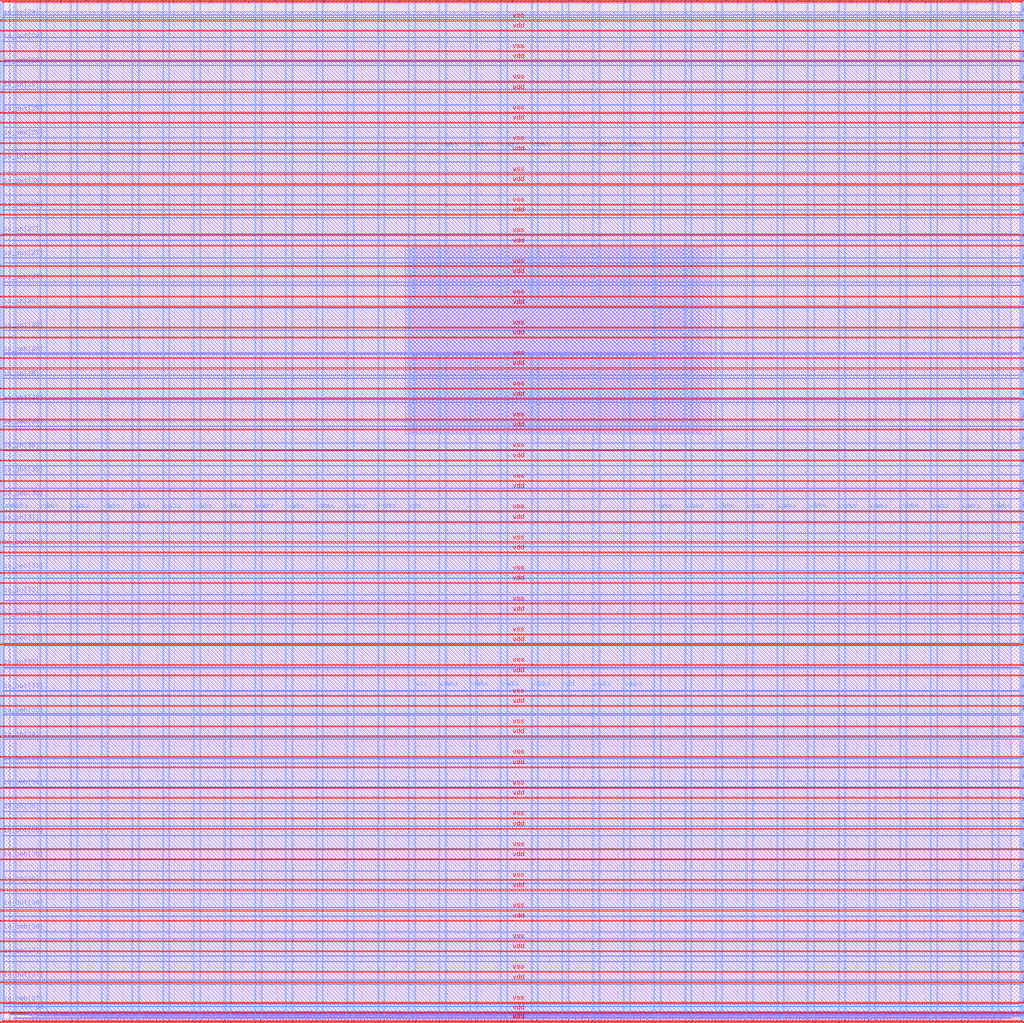
<source format=lef>
VERSION 5.7 ;
  NOWIREEXTENSIONATPIN ON ;
  DIVIDERCHAR "/" ;
  BUSBITCHARS "[]" ;
MACRO ffra_wrapper
  CLASS BLOCK ;
  FOREIGN ffra_wrapper ;
  ORIGIN 0.000 0.000 ;
  SIZE 2980.200 BY 2980.200 ;
  PIN io_in[0]
    DIRECTION INPUT ;
    USE SIGNAL ;
    PORT
      LAYER Metal3 ;
        RECT 2977.800 35.560 2985.000 36.680 ;
    END
  END io_in[0]
  PIN io_in[10]
    DIRECTION INPUT ;
    USE SIGNAL ;
    PORT
      LAYER Metal3 ;
        RECT 2977.800 2017.960 2985.000 2019.080 ;
    END
  END io_in[10]
  PIN io_in[11]
    DIRECTION INPUT ;
    USE SIGNAL ;
    PORT
      LAYER Metal3 ;
        RECT 2977.800 2216.200 2985.000 2217.320 ;
    END
  END io_in[11]
  PIN io_in[12]
    DIRECTION INPUT ;
    USE SIGNAL ;
    PORT
      LAYER Metal3 ;
        RECT 2977.800 2414.440 2985.000 2415.560 ;
    END
  END io_in[12]
  PIN io_in[13]
    DIRECTION INPUT ;
    USE SIGNAL ;
    PORT
      LAYER Metal3 ;
        RECT 2977.800 2612.680 2985.000 2613.800 ;
    END
  END io_in[13]
  PIN io_in[14]
    DIRECTION INPUT ;
    USE SIGNAL ;
    PORT
      LAYER Metal3 ;
        RECT 2977.800 2810.920 2985.000 2812.040 ;
    END
  END io_in[14]
  PIN io_in[15]
    DIRECTION INPUT ;
    USE SIGNAL ;
    PORT
      LAYER Metal2 ;
        RECT 2923.480 2977.800 2924.600 2985.000 ;
    END
  END io_in[15]
  PIN io_in[16]
    DIRECTION INPUT ;
    USE SIGNAL ;
    PORT
      LAYER Metal2 ;
        RECT 2592.520 2977.800 2593.640 2985.000 ;
    END
  END io_in[16]
  PIN io_in[17]
    DIRECTION INPUT ;
    USE SIGNAL ;
    PORT
      LAYER Metal2 ;
        RECT 2261.560 2977.800 2262.680 2985.000 ;
    END
  END io_in[17]
  PIN io_in[18]
    DIRECTION INPUT ;
    USE SIGNAL ;
    PORT
      LAYER Metal2 ;
        RECT 1930.600 2977.800 1931.720 2985.000 ;
    END
  END io_in[18]
  PIN io_in[19]
    DIRECTION INPUT ;
    USE SIGNAL ;
    PORT
      LAYER Metal2 ;
        RECT 1599.640 2977.800 1600.760 2985.000 ;
    END
  END io_in[19]
  PIN io_in[1]
    DIRECTION INPUT ;
    USE SIGNAL ;
    PORT
      LAYER Metal3 ;
        RECT 2977.800 233.800 2985.000 234.920 ;
    END
  END io_in[1]
  PIN io_in[20]
    DIRECTION INPUT ;
    USE SIGNAL ;
    PORT
      LAYER Metal2 ;
        RECT 1268.680 2977.800 1269.800 2985.000 ;
    END
  END io_in[20]
  PIN io_in[21]
    DIRECTION INPUT ;
    USE SIGNAL ;
    PORT
      LAYER Metal2 ;
        RECT 937.720 2977.800 938.840 2985.000 ;
    END
  END io_in[21]
  PIN io_in[22]
    DIRECTION INPUT ;
    USE SIGNAL ;
    PORT
      LAYER Metal2 ;
        RECT 606.760 2977.800 607.880 2985.000 ;
    END
  END io_in[22]
  PIN io_in[23]
    DIRECTION INPUT ;
    USE SIGNAL ;
    PORT
      LAYER Metal2 ;
        RECT 275.800 2977.800 276.920 2985.000 ;
    END
  END io_in[23]
  PIN io_in[24]
    DIRECTION INPUT ;
    USE SIGNAL ;
    PORT
      LAYER Metal3 ;
        RECT -4.800 2935.800 2.400 2936.920 ;
    END
  END io_in[24]
  PIN io_in[25]
    DIRECTION INPUT ;
    USE SIGNAL ;
    PORT
      LAYER Metal3 ;
        RECT -4.800 2724.120 2.400 2725.240 ;
    END
  END io_in[25]
  PIN io_in[26]
    DIRECTION INPUT ;
    USE SIGNAL ;
    PORT
      LAYER Metal3 ;
        RECT -4.800 2512.440 2.400 2513.560 ;
    END
  END io_in[26]
  PIN io_in[27]
    DIRECTION INPUT ;
    USE SIGNAL ;
    PORT
      LAYER Metal3 ;
        RECT -4.800 2300.760 2.400 2301.880 ;
    END
  END io_in[27]
  PIN io_in[28]
    DIRECTION INPUT ;
    USE SIGNAL ;
    PORT
      LAYER Metal3 ;
        RECT -4.800 2089.080 2.400 2090.200 ;
    END
  END io_in[28]
  PIN io_in[29]
    DIRECTION INPUT ;
    USE SIGNAL ;
    PORT
      LAYER Metal3 ;
        RECT -4.800 1877.400 2.400 1878.520 ;
    END
  END io_in[29]
  PIN io_in[2]
    DIRECTION INPUT ;
    USE SIGNAL ;
    PORT
      LAYER Metal3 ;
        RECT 2977.800 432.040 2985.000 433.160 ;
    END
  END io_in[2]
  PIN io_in[30]
    DIRECTION INPUT ;
    USE SIGNAL ;
    PORT
      LAYER Metal3 ;
        RECT -4.800 1665.720 2.400 1666.840 ;
    END
  END io_in[30]
  PIN io_in[31]
    DIRECTION INPUT ;
    USE SIGNAL ;
    PORT
      LAYER Metal3 ;
        RECT -4.800 1454.040 2.400 1455.160 ;
    END
  END io_in[31]
  PIN io_in[32]
    DIRECTION INPUT ;
    USE SIGNAL ;
    PORT
      LAYER Metal3 ;
        RECT -4.800 1242.360 2.400 1243.480 ;
    END
  END io_in[32]
  PIN io_in[33]
    DIRECTION INPUT ;
    USE SIGNAL ;
    PORT
      LAYER Metal3 ;
        RECT -4.800 1030.680 2.400 1031.800 ;
    END
  END io_in[33]
  PIN io_in[34]
    DIRECTION INPUT ;
    USE SIGNAL ;
    PORT
      LAYER Metal3 ;
        RECT -4.800 819.000 2.400 820.120 ;
    END
  END io_in[34]
  PIN io_in[35]
    DIRECTION INPUT ;
    USE SIGNAL ;
    PORT
      LAYER Metal3 ;
        RECT -4.800 607.320 2.400 608.440 ;
    END
  END io_in[35]
  PIN io_in[36]
    DIRECTION INPUT ;
    USE SIGNAL ;
    PORT
      LAYER Metal3 ;
        RECT -4.800 395.640 2.400 396.760 ;
    END
  END io_in[36]
  PIN io_in[37]
    DIRECTION INPUT ;
    USE SIGNAL ;
    PORT
      LAYER Metal3 ;
        RECT -4.800 183.960 2.400 185.080 ;
    END
  END io_in[37]
  PIN io_in[3]
    DIRECTION INPUT ;
    USE SIGNAL ;
    PORT
      LAYER Metal3 ;
        RECT 2977.800 630.280 2985.000 631.400 ;
    END
  END io_in[3]
  PIN io_in[4]
    DIRECTION INPUT ;
    USE SIGNAL ;
    PORT
      LAYER Metal3 ;
        RECT 2977.800 828.520 2985.000 829.640 ;
    END
  END io_in[4]
  PIN io_in[5]
    DIRECTION INPUT ;
    USE SIGNAL ;
    PORT
      LAYER Metal3 ;
        RECT 2977.800 1026.760 2985.000 1027.880 ;
    END
  END io_in[5]
  PIN io_in[6]
    DIRECTION INPUT ;
    USE SIGNAL ;
    PORT
      LAYER Metal3 ;
        RECT 2977.800 1225.000 2985.000 1226.120 ;
    END
  END io_in[6]
  PIN io_in[7]
    DIRECTION INPUT ;
    USE SIGNAL ;
    PORT
      LAYER Metal3 ;
        RECT 2977.800 1423.240 2985.000 1424.360 ;
    END
  END io_in[7]
  PIN io_in[8]
    DIRECTION INPUT ;
    USE SIGNAL ;
    PORT
      LAYER Metal3 ;
        RECT 2977.800 1621.480 2985.000 1622.600 ;
    END
  END io_in[8]
  PIN io_in[9]
    DIRECTION INPUT ;
    USE SIGNAL ;
    PORT
      LAYER Metal3 ;
        RECT 2977.800 1819.720 2985.000 1820.840 ;
    END
  END io_in[9]
  PIN io_oeb[0]
    DIRECTION OUTPUT TRISTATE ;
    USE SIGNAL ;
    PORT
      LAYER Metal3 ;
        RECT 2977.800 167.720 2985.000 168.840 ;
    END
  END io_oeb[0]
  PIN io_oeb[10]
    DIRECTION OUTPUT TRISTATE ;
    USE SIGNAL ;
    PORT
      LAYER Metal3 ;
        RECT 2977.800 2150.120 2985.000 2151.240 ;
    END
  END io_oeb[10]
  PIN io_oeb[11]
    DIRECTION OUTPUT TRISTATE ;
    USE SIGNAL ;
    PORT
      LAYER Metal3 ;
        RECT 2977.800 2348.360 2985.000 2349.480 ;
    END
  END io_oeb[11]
  PIN io_oeb[12]
    DIRECTION OUTPUT TRISTATE ;
    USE SIGNAL ;
    PORT
      LAYER Metal3 ;
        RECT 2977.800 2546.600 2985.000 2547.720 ;
    END
  END io_oeb[12]
  PIN io_oeb[13]
    DIRECTION OUTPUT TRISTATE ;
    USE SIGNAL ;
    PORT
      LAYER Metal3 ;
        RECT 2977.800 2744.840 2985.000 2745.960 ;
    END
  END io_oeb[13]
  PIN io_oeb[14]
    DIRECTION OUTPUT TRISTATE ;
    USE SIGNAL ;
    PORT
      LAYER Metal3 ;
        RECT 2977.800 2943.080 2985.000 2944.200 ;
    END
  END io_oeb[14]
  PIN io_oeb[15]
    DIRECTION OUTPUT TRISTATE ;
    USE SIGNAL ;
    PORT
      LAYER Metal2 ;
        RECT 2702.840 2977.800 2703.960 2985.000 ;
    END
  END io_oeb[15]
  PIN io_oeb[16]
    DIRECTION OUTPUT TRISTATE ;
    USE SIGNAL ;
    PORT
      LAYER Metal2 ;
        RECT 2371.880 2977.800 2373.000 2985.000 ;
    END
  END io_oeb[16]
  PIN io_oeb[17]
    DIRECTION OUTPUT TRISTATE ;
    USE SIGNAL ;
    PORT
      LAYER Metal2 ;
        RECT 2040.920 2977.800 2042.040 2985.000 ;
    END
  END io_oeb[17]
  PIN io_oeb[18]
    DIRECTION OUTPUT TRISTATE ;
    USE SIGNAL ;
    PORT
      LAYER Metal2 ;
        RECT 1709.960 2977.800 1711.080 2985.000 ;
    END
  END io_oeb[18]
  PIN io_oeb[19]
    DIRECTION OUTPUT TRISTATE ;
    USE SIGNAL ;
    PORT
      LAYER Metal2 ;
        RECT 1379.000 2977.800 1380.120 2985.000 ;
    END
  END io_oeb[19]
  PIN io_oeb[1]
    DIRECTION OUTPUT TRISTATE ;
    USE SIGNAL ;
    PORT
      LAYER Metal3 ;
        RECT 2977.800 365.960 2985.000 367.080 ;
    END
  END io_oeb[1]
  PIN io_oeb[20]
    DIRECTION OUTPUT TRISTATE ;
    USE SIGNAL ;
    PORT
      LAYER Metal2 ;
        RECT 1048.040 2977.800 1049.160 2985.000 ;
    END
  END io_oeb[20]
  PIN io_oeb[21]
    DIRECTION OUTPUT TRISTATE ;
    USE SIGNAL ;
    PORT
      LAYER Metal2 ;
        RECT 717.080 2977.800 718.200 2985.000 ;
    END
  END io_oeb[21]
  PIN io_oeb[22]
    DIRECTION OUTPUT TRISTATE ;
    USE SIGNAL ;
    PORT
      LAYER Metal2 ;
        RECT 386.120 2977.800 387.240 2985.000 ;
    END
  END io_oeb[22]
  PIN io_oeb[23]
    DIRECTION OUTPUT TRISTATE ;
    USE SIGNAL ;
    PORT
      LAYER Metal2 ;
        RECT 55.160 2977.800 56.280 2985.000 ;
    END
  END io_oeb[23]
  PIN io_oeb[24]
    DIRECTION OUTPUT TRISTATE ;
    USE SIGNAL ;
    PORT
      LAYER Metal3 ;
        RECT -4.800 2794.680 2.400 2795.800 ;
    END
  END io_oeb[24]
  PIN io_oeb[25]
    DIRECTION OUTPUT TRISTATE ;
    USE SIGNAL ;
    PORT
      LAYER Metal3 ;
        RECT -4.800 2583.000 2.400 2584.120 ;
    END
  END io_oeb[25]
  PIN io_oeb[26]
    DIRECTION OUTPUT TRISTATE ;
    USE SIGNAL ;
    PORT
      LAYER Metal3 ;
        RECT -4.800 2371.320 2.400 2372.440 ;
    END
  END io_oeb[26]
  PIN io_oeb[27]
    DIRECTION OUTPUT TRISTATE ;
    USE SIGNAL ;
    PORT
      LAYER Metal3 ;
        RECT -4.800 2159.640 2.400 2160.760 ;
    END
  END io_oeb[27]
  PIN io_oeb[28]
    DIRECTION OUTPUT TRISTATE ;
    USE SIGNAL ;
    PORT
      LAYER Metal3 ;
        RECT -4.800 1947.960 2.400 1949.080 ;
    END
  END io_oeb[28]
  PIN io_oeb[29]
    DIRECTION OUTPUT TRISTATE ;
    USE SIGNAL ;
    PORT
      LAYER Metal3 ;
        RECT -4.800 1736.280 2.400 1737.400 ;
    END
  END io_oeb[29]
  PIN io_oeb[2]
    DIRECTION OUTPUT TRISTATE ;
    USE SIGNAL ;
    PORT
      LAYER Metal3 ;
        RECT 2977.800 564.200 2985.000 565.320 ;
    END
  END io_oeb[2]
  PIN io_oeb[30]
    DIRECTION OUTPUT TRISTATE ;
    USE SIGNAL ;
    PORT
      LAYER Metal3 ;
        RECT -4.800 1524.600 2.400 1525.720 ;
    END
  END io_oeb[30]
  PIN io_oeb[31]
    DIRECTION OUTPUT TRISTATE ;
    USE SIGNAL ;
    PORT
      LAYER Metal3 ;
        RECT -4.800 1312.920 2.400 1314.040 ;
    END
  END io_oeb[31]
  PIN io_oeb[32]
    DIRECTION OUTPUT TRISTATE ;
    USE SIGNAL ;
    PORT
      LAYER Metal3 ;
        RECT -4.800 1101.240 2.400 1102.360 ;
    END
  END io_oeb[32]
  PIN io_oeb[33]
    DIRECTION OUTPUT TRISTATE ;
    USE SIGNAL ;
    PORT
      LAYER Metal3 ;
        RECT -4.800 889.560 2.400 890.680 ;
    END
  END io_oeb[33]
  PIN io_oeb[34]
    DIRECTION OUTPUT TRISTATE ;
    USE SIGNAL ;
    PORT
      LAYER Metal3 ;
        RECT -4.800 677.880 2.400 679.000 ;
    END
  END io_oeb[34]
  PIN io_oeb[35]
    DIRECTION OUTPUT TRISTATE ;
    USE SIGNAL ;
    PORT
      LAYER Metal3 ;
        RECT -4.800 466.200 2.400 467.320 ;
    END
  END io_oeb[35]
  PIN io_oeb[36]
    DIRECTION OUTPUT TRISTATE ;
    USE SIGNAL ;
    PORT
      LAYER Metal3 ;
        RECT -4.800 254.520 2.400 255.640 ;
    END
  END io_oeb[36]
  PIN io_oeb[37]
    DIRECTION OUTPUT TRISTATE ;
    USE SIGNAL ;
    PORT
      LAYER Metal3 ;
        RECT -4.800 42.840 2.400 43.960 ;
    END
  END io_oeb[37]
  PIN io_oeb[3]
    DIRECTION OUTPUT TRISTATE ;
    USE SIGNAL ;
    PORT
      LAYER Metal3 ;
        RECT 2977.800 762.440 2985.000 763.560 ;
    END
  END io_oeb[3]
  PIN io_oeb[4]
    DIRECTION OUTPUT TRISTATE ;
    USE SIGNAL ;
    PORT
      LAYER Metal3 ;
        RECT 2977.800 960.680 2985.000 961.800 ;
    END
  END io_oeb[4]
  PIN io_oeb[5]
    DIRECTION OUTPUT TRISTATE ;
    USE SIGNAL ;
    PORT
      LAYER Metal3 ;
        RECT 2977.800 1158.920 2985.000 1160.040 ;
    END
  END io_oeb[5]
  PIN io_oeb[6]
    DIRECTION OUTPUT TRISTATE ;
    USE SIGNAL ;
    PORT
      LAYER Metal3 ;
        RECT 2977.800 1357.160 2985.000 1358.280 ;
    END
  END io_oeb[6]
  PIN io_oeb[7]
    DIRECTION OUTPUT TRISTATE ;
    USE SIGNAL ;
    PORT
      LAYER Metal3 ;
        RECT 2977.800 1555.400 2985.000 1556.520 ;
    END
  END io_oeb[7]
  PIN io_oeb[8]
    DIRECTION OUTPUT TRISTATE ;
    USE SIGNAL ;
    PORT
      LAYER Metal3 ;
        RECT 2977.800 1753.640 2985.000 1754.760 ;
    END
  END io_oeb[8]
  PIN io_oeb[9]
    DIRECTION OUTPUT TRISTATE ;
    USE SIGNAL ;
    PORT
      LAYER Metal3 ;
        RECT 2977.800 1951.880 2985.000 1953.000 ;
    END
  END io_oeb[9]
  PIN io_out[0]
    DIRECTION OUTPUT TRISTATE ;
    USE SIGNAL ;
    PORT
      LAYER Metal3 ;
        RECT 2977.800 101.640 2985.000 102.760 ;
    END
  END io_out[0]
  PIN io_out[10]
    DIRECTION OUTPUT TRISTATE ;
    USE SIGNAL ;
    PORT
      LAYER Metal3 ;
        RECT 2977.800 2084.040 2985.000 2085.160 ;
    END
  END io_out[10]
  PIN io_out[11]
    DIRECTION OUTPUT TRISTATE ;
    USE SIGNAL ;
    PORT
      LAYER Metal3 ;
        RECT 2977.800 2282.280 2985.000 2283.400 ;
    END
  END io_out[11]
  PIN io_out[12]
    DIRECTION OUTPUT TRISTATE ;
    USE SIGNAL ;
    PORT
      LAYER Metal3 ;
        RECT 2977.800 2480.520 2985.000 2481.640 ;
    END
  END io_out[12]
  PIN io_out[13]
    DIRECTION OUTPUT TRISTATE ;
    USE SIGNAL ;
    PORT
      LAYER Metal3 ;
        RECT 2977.800 2678.760 2985.000 2679.880 ;
    END
  END io_out[13]
  PIN io_out[14]
    DIRECTION OUTPUT TRISTATE ;
    USE SIGNAL ;
    PORT
      LAYER Metal3 ;
        RECT 2977.800 2877.000 2985.000 2878.120 ;
    END
  END io_out[14]
  PIN io_out[15]
    DIRECTION OUTPUT TRISTATE ;
    USE SIGNAL ;
    PORT
      LAYER Metal2 ;
        RECT 2813.160 2977.800 2814.280 2985.000 ;
    END
  END io_out[15]
  PIN io_out[16]
    DIRECTION OUTPUT TRISTATE ;
    USE SIGNAL ;
    PORT
      LAYER Metal2 ;
        RECT 2482.200 2977.800 2483.320 2985.000 ;
    END
  END io_out[16]
  PIN io_out[17]
    DIRECTION OUTPUT TRISTATE ;
    USE SIGNAL ;
    PORT
      LAYER Metal2 ;
        RECT 2151.240 2977.800 2152.360 2985.000 ;
    END
  END io_out[17]
  PIN io_out[18]
    DIRECTION OUTPUT TRISTATE ;
    USE SIGNAL ;
    PORT
      LAYER Metal2 ;
        RECT 1820.280 2977.800 1821.400 2985.000 ;
    END
  END io_out[18]
  PIN io_out[19]
    DIRECTION OUTPUT TRISTATE ;
    USE SIGNAL ;
    PORT
      LAYER Metal2 ;
        RECT 1489.320 2977.800 1490.440 2985.000 ;
    END
  END io_out[19]
  PIN io_out[1]
    DIRECTION OUTPUT TRISTATE ;
    USE SIGNAL ;
    PORT
      LAYER Metal3 ;
        RECT 2977.800 299.880 2985.000 301.000 ;
    END
  END io_out[1]
  PIN io_out[20]
    DIRECTION OUTPUT TRISTATE ;
    USE SIGNAL ;
    PORT
      LAYER Metal2 ;
        RECT 1158.360 2977.800 1159.480 2985.000 ;
    END
  END io_out[20]
  PIN io_out[21]
    DIRECTION OUTPUT TRISTATE ;
    USE SIGNAL ;
    PORT
      LAYER Metal2 ;
        RECT 827.400 2977.800 828.520 2985.000 ;
    END
  END io_out[21]
  PIN io_out[22]
    DIRECTION OUTPUT TRISTATE ;
    USE SIGNAL ;
    PORT
      LAYER Metal2 ;
        RECT 496.440 2977.800 497.560 2985.000 ;
    END
  END io_out[22]
  PIN io_out[23]
    DIRECTION OUTPUT TRISTATE ;
    USE SIGNAL ;
    PORT
      LAYER Metal2 ;
        RECT 165.480 2977.800 166.600 2985.000 ;
    END
  END io_out[23]
  PIN io_out[24]
    DIRECTION OUTPUT TRISTATE ;
    USE SIGNAL ;
    PORT
      LAYER Metal3 ;
        RECT -4.800 2865.240 2.400 2866.360 ;
    END
  END io_out[24]
  PIN io_out[25]
    DIRECTION OUTPUT TRISTATE ;
    USE SIGNAL ;
    PORT
      LAYER Metal3 ;
        RECT -4.800 2653.560 2.400 2654.680 ;
    END
  END io_out[25]
  PIN io_out[26]
    DIRECTION OUTPUT TRISTATE ;
    USE SIGNAL ;
    PORT
      LAYER Metal3 ;
        RECT -4.800 2441.880 2.400 2443.000 ;
    END
  END io_out[26]
  PIN io_out[27]
    DIRECTION OUTPUT TRISTATE ;
    USE SIGNAL ;
    PORT
      LAYER Metal3 ;
        RECT -4.800 2230.200 2.400 2231.320 ;
    END
  END io_out[27]
  PIN io_out[28]
    DIRECTION OUTPUT TRISTATE ;
    USE SIGNAL ;
    PORT
      LAYER Metal3 ;
        RECT -4.800 2018.520 2.400 2019.640 ;
    END
  END io_out[28]
  PIN io_out[29]
    DIRECTION OUTPUT TRISTATE ;
    USE SIGNAL ;
    PORT
      LAYER Metal3 ;
        RECT -4.800 1806.840 2.400 1807.960 ;
    END
  END io_out[29]
  PIN io_out[2]
    DIRECTION OUTPUT TRISTATE ;
    USE SIGNAL ;
    PORT
      LAYER Metal3 ;
        RECT 2977.800 498.120 2985.000 499.240 ;
    END
  END io_out[2]
  PIN io_out[30]
    DIRECTION OUTPUT TRISTATE ;
    USE SIGNAL ;
    PORT
      LAYER Metal3 ;
        RECT -4.800 1595.160 2.400 1596.280 ;
    END
  END io_out[30]
  PIN io_out[31]
    DIRECTION OUTPUT TRISTATE ;
    USE SIGNAL ;
    PORT
      LAYER Metal3 ;
        RECT -4.800 1383.480 2.400 1384.600 ;
    END
  END io_out[31]
  PIN io_out[32]
    DIRECTION OUTPUT TRISTATE ;
    USE SIGNAL ;
    PORT
      LAYER Metal3 ;
        RECT -4.800 1171.800 2.400 1172.920 ;
    END
  END io_out[32]
  PIN io_out[33]
    DIRECTION OUTPUT TRISTATE ;
    USE SIGNAL ;
    PORT
      LAYER Metal3 ;
        RECT -4.800 960.120 2.400 961.240 ;
    END
  END io_out[33]
  PIN io_out[34]
    DIRECTION OUTPUT TRISTATE ;
    USE SIGNAL ;
    PORT
      LAYER Metal3 ;
        RECT -4.800 748.440 2.400 749.560 ;
    END
  END io_out[34]
  PIN io_out[35]
    DIRECTION OUTPUT TRISTATE ;
    USE SIGNAL ;
    PORT
      LAYER Metal3 ;
        RECT -4.800 536.760 2.400 537.880 ;
    END
  END io_out[35]
  PIN io_out[36]
    DIRECTION OUTPUT TRISTATE ;
    USE SIGNAL ;
    PORT
      LAYER Metal3 ;
        RECT -4.800 325.080 2.400 326.200 ;
    END
  END io_out[36]
  PIN io_out[37]
    DIRECTION OUTPUT TRISTATE ;
    USE SIGNAL ;
    PORT
      LAYER Metal3 ;
        RECT -4.800 113.400 2.400 114.520 ;
    END
  END io_out[37]
  PIN io_out[3]
    DIRECTION OUTPUT TRISTATE ;
    USE SIGNAL ;
    PORT
      LAYER Metal3 ;
        RECT 2977.800 696.360 2985.000 697.480 ;
    END
  END io_out[3]
  PIN io_out[4]
    DIRECTION OUTPUT TRISTATE ;
    USE SIGNAL ;
    PORT
      LAYER Metal3 ;
        RECT 2977.800 894.600 2985.000 895.720 ;
    END
  END io_out[4]
  PIN io_out[5]
    DIRECTION OUTPUT TRISTATE ;
    USE SIGNAL ;
    PORT
      LAYER Metal3 ;
        RECT 2977.800 1092.840 2985.000 1093.960 ;
    END
  END io_out[5]
  PIN io_out[6]
    DIRECTION OUTPUT TRISTATE ;
    USE SIGNAL ;
    PORT
      LAYER Metal3 ;
        RECT 2977.800 1291.080 2985.000 1292.200 ;
    END
  END io_out[6]
  PIN io_out[7]
    DIRECTION OUTPUT TRISTATE ;
    USE SIGNAL ;
    PORT
      LAYER Metal3 ;
        RECT 2977.800 1489.320 2985.000 1490.440 ;
    END
  END io_out[7]
  PIN io_out[8]
    DIRECTION OUTPUT TRISTATE ;
    USE SIGNAL ;
    PORT
      LAYER Metal3 ;
        RECT 2977.800 1687.560 2985.000 1688.680 ;
    END
  END io_out[8]
  PIN io_out[9]
    DIRECTION OUTPUT TRISTATE ;
    USE SIGNAL ;
    PORT
      LAYER Metal3 ;
        RECT 2977.800 1885.800 2985.000 1886.920 ;
    END
  END io_out[9]
  PIN la_data_in[0]
    DIRECTION INPUT ;
    USE SIGNAL ;
    PORT
      LAYER Metal2 ;
        RECT 1065.960 -4.800 1067.080 2.400 ;
    END
  END la_data_in[0]
  PIN la_data_in[10]
    DIRECTION INPUT ;
    USE SIGNAL ;
    PORT
      LAYER Metal2 ;
        RECT 1351.560 -4.800 1352.680 2.400 ;
    END
  END la_data_in[10]
  PIN la_data_in[11]
    DIRECTION INPUT ;
    USE SIGNAL ;
    PORT
      LAYER Metal2 ;
        RECT 1380.120 -4.800 1381.240 2.400 ;
    END
  END la_data_in[11]
  PIN la_data_in[12]
    DIRECTION INPUT ;
    USE SIGNAL ;
    PORT
      LAYER Metal2 ;
        RECT 1408.680 -4.800 1409.800 2.400 ;
    END
  END la_data_in[12]
  PIN la_data_in[13]
    DIRECTION INPUT ;
    USE SIGNAL ;
    PORT
      LAYER Metal2 ;
        RECT 1437.240 -4.800 1438.360 2.400 ;
    END
  END la_data_in[13]
  PIN la_data_in[14]
    DIRECTION INPUT ;
    USE SIGNAL ;
    PORT
      LAYER Metal2 ;
        RECT 1465.800 -4.800 1466.920 2.400 ;
    END
  END la_data_in[14]
  PIN la_data_in[15]
    DIRECTION INPUT ;
    USE SIGNAL ;
    PORT
      LAYER Metal2 ;
        RECT 1494.360 -4.800 1495.480 2.400 ;
    END
  END la_data_in[15]
  PIN la_data_in[16]
    DIRECTION INPUT ;
    USE SIGNAL ;
    PORT
      LAYER Metal2 ;
        RECT 1522.920 -4.800 1524.040 2.400 ;
    END
  END la_data_in[16]
  PIN la_data_in[17]
    DIRECTION INPUT ;
    USE SIGNAL ;
    PORT
      LAYER Metal2 ;
        RECT 1551.480 -4.800 1552.600 2.400 ;
    END
  END la_data_in[17]
  PIN la_data_in[18]
    DIRECTION INPUT ;
    USE SIGNAL ;
    PORT
      LAYER Metal2 ;
        RECT 1580.040 -4.800 1581.160 2.400 ;
    END
  END la_data_in[18]
  PIN la_data_in[19]
    DIRECTION INPUT ;
    USE SIGNAL ;
    PORT
      LAYER Metal2 ;
        RECT 1608.600 -4.800 1609.720 2.400 ;
    END
  END la_data_in[19]
  PIN la_data_in[1]
    DIRECTION INPUT ;
    USE SIGNAL ;
    PORT
      LAYER Metal2 ;
        RECT 1094.520 -4.800 1095.640 2.400 ;
    END
  END la_data_in[1]
  PIN la_data_in[20]
    DIRECTION INPUT ;
    USE SIGNAL ;
    PORT
      LAYER Metal2 ;
        RECT 1637.160 -4.800 1638.280 2.400 ;
    END
  END la_data_in[20]
  PIN la_data_in[21]
    DIRECTION INPUT ;
    USE SIGNAL ;
    PORT
      LAYER Metal2 ;
        RECT 1665.720 -4.800 1666.840 2.400 ;
    END
  END la_data_in[21]
  PIN la_data_in[22]
    DIRECTION INPUT ;
    USE SIGNAL ;
    PORT
      LAYER Metal2 ;
        RECT 1694.280 -4.800 1695.400 2.400 ;
    END
  END la_data_in[22]
  PIN la_data_in[23]
    DIRECTION INPUT ;
    USE SIGNAL ;
    PORT
      LAYER Metal2 ;
        RECT 1722.840 -4.800 1723.960 2.400 ;
    END
  END la_data_in[23]
  PIN la_data_in[24]
    DIRECTION INPUT ;
    USE SIGNAL ;
    PORT
      LAYER Metal2 ;
        RECT 1751.400 -4.800 1752.520 2.400 ;
    END
  END la_data_in[24]
  PIN la_data_in[25]
    DIRECTION INPUT ;
    USE SIGNAL ;
    PORT
      LAYER Metal2 ;
        RECT 1779.960 -4.800 1781.080 2.400 ;
    END
  END la_data_in[25]
  PIN la_data_in[26]
    DIRECTION INPUT ;
    USE SIGNAL ;
    PORT
      LAYER Metal2 ;
        RECT 1808.520 -4.800 1809.640 2.400 ;
    END
  END la_data_in[26]
  PIN la_data_in[27]
    DIRECTION INPUT ;
    USE SIGNAL ;
    PORT
      LAYER Metal2 ;
        RECT 1837.080 -4.800 1838.200 2.400 ;
    END
  END la_data_in[27]
  PIN la_data_in[28]
    DIRECTION INPUT ;
    USE SIGNAL ;
    PORT
      LAYER Metal2 ;
        RECT 1865.640 -4.800 1866.760 2.400 ;
    END
  END la_data_in[28]
  PIN la_data_in[29]
    DIRECTION INPUT ;
    USE SIGNAL ;
    PORT
      LAYER Metal2 ;
        RECT 1894.200 -4.800 1895.320 2.400 ;
    END
  END la_data_in[29]
  PIN la_data_in[2]
    DIRECTION INPUT ;
    USE SIGNAL ;
    PORT
      LAYER Metal2 ;
        RECT 1123.080 -4.800 1124.200 2.400 ;
    END
  END la_data_in[2]
  PIN la_data_in[30]
    DIRECTION INPUT ;
    USE SIGNAL ;
    PORT
      LAYER Metal2 ;
        RECT 1922.760 -4.800 1923.880 2.400 ;
    END
  END la_data_in[30]
  PIN la_data_in[31]
    DIRECTION INPUT ;
    USE SIGNAL ;
    PORT
      LAYER Metal2 ;
        RECT 1951.320 -4.800 1952.440 2.400 ;
    END
  END la_data_in[31]
  PIN la_data_in[32]
    DIRECTION INPUT ;
    USE SIGNAL ;
    PORT
      LAYER Metal2 ;
        RECT 1979.880 -4.800 1981.000 2.400 ;
    END
  END la_data_in[32]
  PIN la_data_in[33]
    DIRECTION INPUT ;
    USE SIGNAL ;
    PORT
      LAYER Metal2 ;
        RECT 2008.440 -4.800 2009.560 2.400 ;
    END
  END la_data_in[33]
  PIN la_data_in[34]
    DIRECTION INPUT ;
    USE SIGNAL ;
    PORT
      LAYER Metal2 ;
        RECT 2037.000 -4.800 2038.120 2.400 ;
    END
  END la_data_in[34]
  PIN la_data_in[35]
    DIRECTION INPUT ;
    USE SIGNAL ;
    PORT
      LAYER Metal2 ;
        RECT 2065.560 -4.800 2066.680 2.400 ;
    END
  END la_data_in[35]
  PIN la_data_in[36]
    DIRECTION INPUT ;
    USE SIGNAL ;
    PORT
      LAYER Metal2 ;
        RECT 2094.120 -4.800 2095.240 2.400 ;
    END
  END la_data_in[36]
  PIN la_data_in[37]
    DIRECTION INPUT ;
    USE SIGNAL ;
    PORT
      LAYER Metal2 ;
        RECT 2122.680 -4.800 2123.800 2.400 ;
    END
  END la_data_in[37]
  PIN la_data_in[38]
    DIRECTION INPUT ;
    USE SIGNAL ;
    PORT
      LAYER Metal2 ;
        RECT 2151.240 -4.800 2152.360 2.400 ;
    END
  END la_data_in[38]
  PIN la_data_in[39]
    DIRECTION INPUT ;
    USE SIGNAL ;
    PORT
      LAYER Metal2 ;
        RECT 2179.800 -4.800 2180.920 2.400 ;
    END
  END la_data_in[39]
  PIN la_data_in[3]
    DIRECTION INPUT ;
    USE SIGNAL ;
    PORT
      LAYER Metal2 ;
        RECT 1151.640 -4.800 1152.760 2.400 ;
    END
  END la_data_in[3]
  PIN la_data_in[40]
    DIRECTION INPUT ;
    USE SIGNAL ;
    PORT
      LAYER Metal2 ;
        RECT 2208.360 -4.800 2209.480 2.400 ;
    END
  END la_data_in[40]
  PIN la_data_in[41]
    DIRECTION INPUT ;
    USE SIGNAL ;
    PORT
      LAYER Metal2 ;
        RECT 2236.920 -4.800 2238.040 2.400 ;
    END
  END la_data_in[41]
  PIN la_data_in[42]
    DIRECTION INPUT ;
    USE SIGNAL ;
    PORT
      LAYER Metal2 ;
        RECT 2265.480 -4.800 2266.600 2.400 ;
    END
  END la_data_in[42]
  PIN la_data_in[43]
    DIRECTION INPUT ;
    USE SIGNAL ;
    PORT
      LAYER Metal2 ;
        RECT 2294.040 -4.800 2295.160 2.400 ;
    END
  END la_data_in[43]
  PIN la_data_in[44]
    DIRECTION INPUT ;
    USE SIGNAL ;
    PORT
      LAYER Metal2 ;
        RECT 2322.600 -4.800 2323.720 2.400 ;
    END
  END la_data_in[44]
  PIN la_data_in[45]
    DIRECTION INPUT ;
    USE SIGNAL ;
    PORT
      LAYER Metal2 ;
        RECT 2351.160 -4.800 2352.280 2.400 ;
    END
  END la_data_in[45]
  PIN la_data_in[46]
    DIRECTION INPUT ;
    USE SIGNAL ;
    PORT
      LAYER Metal2 ;
        RECT 2379.720 -4.800 2380.840 2.400 ;
    END
  END la_data_in[46]
  PIN la_data_in[47]
    DIRECTION INPUT ;
    USE SIGNAL ;
    PORT
      LAYER Metal2 ;
        RECT 2408.280 -4.800 2409.400 2.400 ;
    END
  END la_data_in[47]
  PIN la_data_in[48]
    DIRECTION INPUT ;
    USE SIGNAL ;
    PORT
      LAYER Metal2 ;
        RECT 2436.840 -4.800 2437.960 2.400 ;
    END
  END la_data_in[48]
  PIN la_data_in[49]
    DIRECTION INPUT ;
    USE SIGNAL ;
    PORT
      LAYER Metal2 ;
        RECT 2465.400 -4.800 2466.520 2.400 ;
    END
  END la_data_in[49]
  PIN la_data_in[4]
    DIRECTION INPUT ;
    USE SIGNAL ;
    PORT
      LAYER Metal2 ;
        RECT 1180.200 -4.800 1181.320 2.400 ;
    END
  END la_data_in[4]
  PIN la_data_in[50]
    DIRECTION INPUT ;
    USE SIGNAL ;
    PORT
      LAYER Metal2 ;
        RECT 2493.960 -4.800 2495.080 2.400 ;
    END
  END la_data_in[50]
  PIN la_data_in[51]
    DIRECTION INPUT ;
    USE SIGNAL ;
    PORT
      LAYER Metal2 ;
        RECT 2522.520 -4.800 2523.640 2.400 ;
    END
  END la_data_in[51]
  PIN la_data_in[52]
    DIRECTION INPUT ;
    USE SIGNAL ;
    PORT
      LAYER Metal2 ;
        RECT 2551.080 -4.800 2552.200 2.400 ;
    END
  END la_data_in[52]
  PIN la_data_in[53]
    DIRECTION INPUT ;
    USE SIGNAL ;
    PORT
      LAYER Metal2 ;
        RECT 2579.640 -4.800 2580.760 2.400 ;
    END
  END la_data_in[53]
  PIN la_data_in[54]
    DIRECTION INPUT ;
    USE SIGNAL ;
    PORT
      LAYER Metal2 ;
        RECT 2608.200 -4.800 2609.320 2.400 ;
    END
  END la_data_in[54]
  PIN la_data_in[55]
    DIRECTION INPUT ;
    USE SIGNAL ;
    PORT
      LAYER Metal2 ;
        RECT 2636.760 -4.800 2637.880 2.400 ;
    END
  END la_data_in[55]
  PIN la_data_in[56]
    DIRECTION INPUT ;
    USE SIGNAL ;
    PORT
      LAYER Metal2 ;
        RECT 2665.320 -4.800 2666.440 2.400 ;
    END
  END la_data_in[56]
  PIN la_data_in[57]
    DIRECTION INPUT ;
    USE SIGNAL ;
    PORT
      LAYER Metal2 ;
        RECT 2693.880 -4.800 2695.000 2.400 ;
    END
  END la_data_in[57]
  PIN la_data_in[58]
    DIRECTION INPUT ;
    USE SIGNAL ;
    PORT
      LAYER Metal2 ;
        RECT 2722.440 -4.800 2723.560 2.400 ;
    END
  END la_data_in[58]
  PIN la_data_in[59]
    DIRECTION INPUT ;
    USE SIGNAL ;
    PORT
      LAYER Metal2 ;
        RECT 2751.000 -4.800 2752.120 2.400 ;
    END
  END la_data_in[59]
  PIN la_data_in[5]
    DIRECTION INPUT ;
    USE SIGNAL ;
    PORT
      LAYER Metal2 ;
        RECT 1208.760 -4.800 1209.880 2.400 ;
    END
  END la_data_in[5]
  PIN la_data_in[60]
    DIRECTION INPUT ;
    USE SIGNAL ;
    PORT
      LAYER Metal2 ;
        RECT 2779.560 -4.800 2780.680 2.400 ;
    END
  END la_data_in[60]
  PIN la_data_in[61]
    DIRECTION INPUT ;
    USE SIGNAL ;
    PORT
      LAYER Metal2 ;
        RECT 2808.120 -4.800 2809.240 2.400 ;
    END
  END la_data_in[61]
  PIN la_data_in[62]
    DIRECTION INPUT ;
    USE SIGNAL ;
    PORT
      LAYER Metal2 ;
        RECT 2836.680 -4.800 2837.800 2.400 ;
    END
  END la_data_in[62]
  PIN la_data_in[63]
    DIRECTION INPUT ;
    USE SIGNAL ;
    PORT
      LAYER Metal2 ;
        RECT 2865.240 -4.800 2866.360 2.400 ;
    END
  END la_data_in[63]
  PIN la_data_in[6]
    DIRECTION INPUT ;
    USE SIGNAL ;
    PORT
      LAYER Metal2 ;
        RECT 1237.320 -4.800 1238.440 2.400 ;
    END
  END la_data_in[6]
  PIN la_data_in[7]
    DIRECTION INPUT ;
    USE SIGNAL ;
    PORT
      LAYER Metal2 ;
        RECT 1265.880 -4.800 1267.000 2.400 ;
    END
  END la_data_in[7]
  PIN la_data_in[8]
    DIRECTION INPUT ;
    USE SIGNAL ;
    PORT
      LAYER Metal2 ;
        RECT 1294.440 -4.800 1295.560 2.400 ;
    END
  END la_data_in[8]
  PIN la_data_in[9]
    DIRECTION INPUT ;
    USE SIGNAL ;
    PORT
      LAYER Metal2 ;
        RECT 1323.000 -4.800 1324.120 2.400 ;
    END
  END la_data_in[9]
  PIN la_data_out[0]
    DIRECTION OUTPUT TRISTATE ;
    USE SIGNAL ;
    PORT
      LAYER Metal2 ;
        RECT 1075.480 -4.800 1076.600 2.400 ;
    END
  END la_data_out[0]
  PIN la_data_out[10]
    DIRECTION OUTPUT TRISTATE ;
    USE SIGNAL ;
    PORT
      LAYER Metal2 ;
        RECT 1361.080 -4.800 1362.200 2.400 ;
    END
  END la_data_out[10]
  PIN la_data_out[11]
    DIRECTION OUTPUT TRISTATE ;
    USE SIGNAL ;
    PORT
      LAYER Metal2 ;
        RECT 1389.640 -4.800 1390.760 2.400 ;
    END
  END la_data_out[11]
  PIN la_data_out[12]
    DIRECTION OUTPUT TRISTATE ;
    USE SIGNAL ;
    PORT
      LAYER Metal2 ;
        RECT 1418.200 -4.800 1419.320 2.400 ;
    END
  END la_data_out[12]
  PIN la_data_out[13]
    DIRECTION OUTPUT TRISTATE ;
    USE SIGNAL ;
    PORT
      LAYER Metal2 ;
        RECT 1446.760 -4.800 1447.880 2.400 ;
    END
  END la_data_out[13]
  PIN la_data_out[14]
    DIRECTION OUTPUT TRISTATE ;
    USE SIGNAL ;
    PORT
      LAYER Metal2 ;
        RECT 1475.320 -4.800 1476.440 2.400 ;
    END
  END la_data_out[14]
  PIN la_data_out[15]
    DIRECTION OUTPUT TRISTATE ;
    USE SIGNAL ;
    PORT
      LAYER Metal2 ;
        RECT 1503.880 -4.800 1505.000 2.400 ;
    END
  END la_data_out[15]
  PIN la_data_out[16]
    DIRECTION OUTPUT TRISTATE ;
    USE SIGNAL ;
    PORT
      LAYER Metal2 ;
        RECT 1532.440 -4.800 1533.560 2.400 ;
    END
  END la_data_out[16]
  PIN la_data_out[17]
    DIRECTION OUTPUT TRISTATE ;
    USE SIGNAL ;
    PORT
      LAYER Metal2 ;
        RECT 1561.000 -4.800 1562.120 2.400 ;
    END
  END la_data_out[17]
  PIN la_data_out[18]
    DIRECTION OUTPUT TRISTATE ;
    USE SIGNAL ;
    PORT
      LAYER Metal2 ;
        RECT 1589.560 -4.800 1590.680 2.400 ;
    END
  END la_data_out[18]
  PIN la_data_out[19]
    DIRECTION OUTPUT TRISTATE ;
    USE SIGNAL ;
    PORT
      LAYER Metal2 ;
        RECT 1618.120 -4.800 1619.240 2.400 ;
    END
  END la_data_out[19]
  PIN la_data_out[1]
    DIRECTION OUTPUT TRISTATE ;
    USE SIGNAL ;
    PORT
      LAYER Metal2 ;
        RECT 1104.040 -4.800 1105.160 2.400 ;
    END
  END la_data_out[1]
  PIN la_data_out[20]
    DIRECTION OUTPUT TRISTATE ;
    USE SIGNAL ;
    PORT
      LAYER Metal2 ;
        RECT 1646.680 -4.800 1647.800 2.400 ;
    END
  END la_data_out[20]
  PIN la_data_out[21]
    DIRECTION OUTPUT TRISTATE ;
    USE SIGNAL ;
    PORT
      LAYER Metal2 ;
        RECT 1675.240 -4.800 1676.360 2.400 ;
    END
  END la_data_out[21]
  PIN la_data_out[22]
    DIRECTION OUTPUT TRISTATE ;
    USE SIGNAL ;
    PORT
      LAYER Metal2 ;
        RECT 1703.800 -4.800 1704.920 2.400 ;
    END
  END la_data_out[22]
  PIN la_data_out[23]
    DIRECTION OUTPUT TRISTATE ;
    USE SIGNAL ;
    PORT
      LAYER Metal2 ;
        RECT 1732.360 -4.800 1733.480 2.400 ;
    END
  END la_data_out[23]
  PIN la_data_out[24]
    DIRECTION OUTPUT TRISTATE ;
    USE SIGNAL ;
    PORT
      LAYER Metal2 ;
        RECT 1760.920 -4.800 1762.040 2.400 ;
    END
  END la_data_out[24]
  PIN la_data_out[25]
    DIRECTION OUTPUT TRISTATE ;
    USE SIGNAL ;
    PORT
      LAYER Metal2 ;
        RECT 1789.480 -4.800 1790.600 2.400 ;
    END
  END la_data_out[25]
  PIN la_data_out[26]
    DIRECTION OUTPUT TRISTATE ;
    USE SIGNAL ;
    PORT
      LAYER Metal2 ;
        RECT 1818.040 -4.800 1819.160 2.400 ;
    END
  END la_data_out[26]
  PIN la_data_out[27]
    DIRECTION OUTPUT TRISTATE ;
    USE SIGNAL ;
    PORT
      LAYER Metal2 ;
        RECT 1846.600 -4.800 1847.720 2.400 ;
    END
  END la_data_out[27]
  PIN la_data_out[28]
    DIRECTION OUTPUT TRISTATE ;
    USE SIGNAL ;
    PORT
      LAYER Metal2 ;
        RECT 1875.160 -4.800 1876.280 2.400 ;
    END
  END la_data_out[28]
  PIN la_data_out[29]
    DIRECTION OUTPUT TRISTATE ;
    USE SIGNAL ;
    PORT
      LAYER Metal2 ;
        RECT 1903.720 -4.800 1904.840 2.400 ;
    END
  END la_data_out[29]
  PIN la_data_out[2]
    DIRECTION OUTPUT TRISTATE ;
    USE SIGNAL ;
    PORT
      LAYER Metal2 ;
        RECT 1132.600 -4.800 1133.720 2.400 ;
    END
  END la_data_out[2]
  PIN la_data_out[30]
    DIRECTION OUTPUT TRISTATE ;
    USE SIGNAL ;
    PORT
      LAYER Metal2 ;
        RECT 1932.280 -4.800 1933.400 2.400 ;
    END
  END la_data_out[30]
  PIN la_data_out[31]
    DIRECTION OUTPUT TRISTATE ;
    USE SIGNAL ;
    PORT
      LAYER Metal2 ;
        RECT 1960.840 -4.800 1961.960 2.400 ;
    END
  END la_data_out[31]
  PIN la_data_out[32]
    DIRECTION OUTPUT TRISTATE ;
    USE SIGNAL ;
    PORT
      LAYER Metal2 ;
        RECT 1989.400 -4.800 1990.520 2.400 ;
    END
  END la_data_out[32]
  PIN la_data_out[33]
    DIRECTION OUTPUT TRISTATE ;
    USE SIGNAL ;
    PORT
      LAYER Metal2 ;
        RECT 2017.960 -4.800 2019.080 2.400 ;
    END
  END la_data_out[33]
  PIN la_data_out[34]
    DIRECTION OUTPUT TRISTATE ;
    USE SIGNAL ;
    PORT
      LAYER Metal2 ;
        RECT 2046.520 -4.800 2047.640 2.400 ;
    END
  END la_data_out[34]
  PIN la_data_out[35]
    DIRECTION OUTPUT TRISTATE ;
    USE SIGNAL ;
    PORT
      LAYER Metal2 ;
        RECT 2075.080 -4.800 2076.200 2.400 ;
    END
  END la_data_out[35]
  PIN la_data_out[36]
    DIRECTION OUTPUT TRISTATE ;
    USE SIGNAL ;
    PORT
      LAYER Metal2 ;
        RECT 2103.640 -4.800 2104.760 2.400 ;
    END
  END la_data_out[36]
  PIN la_data_out[37]
    DIRECTION OUTPUT TRISTATE ;
    USE SIGNAL ;
    PORT
      LAYER Metal2 ;
        RECT 2132.200 -4.800 2133.320 2.400 ;
    END
  END la_data_out[37]
  PIN la_data_out[38]
    DIRECTION OUTPUT TRISTATE ;
    USE SIGNAL ;
    PORT
      LAYER Metal2 ;
        RECT 2160.760 -4.800 2161.880 2.400 ;
    END
  END la_data_out[38]
  PIN la_data_out[39]
    DIRECTION OUTPUT TRISTATE ;
    USE SIGNAL ;
    PORT
      LAYER Metal2 ;
        RECT 2189.320 -4.800 2190.440 2.400 ;
    END
  END la_data_out[39]
  PIN la_data_out[3]
    DIRECTION OUTPUT TRISTATE ;
    USE SIGNAL ;
    PORT
      LAYER Metal2 ;
        RECT 1161.160 -4.800 1162.280 2.400 ;
    END
  END la_data_out[3]
  PIN la_data_out[40]
    DIRECTION OUTPUT TRISTATE ;
    USE SIGNAL ;
    PORT
      LAYER Metal2 ;
        RECT 2217.880 -4.800 2219.000 2.400 ;
    END
  END la_data_out[40]
  PIN la_data_out[41]
    DIRECTION OUTPUT TRISTATE ;
    USE SIGNAL ;
    PORT
      LAYER Metal2 ;
        RECT 2246.440 -4.800 2247.560 2.400 ;
    END
  END la_data_out[41]
  PIN la_data_out[42]
    DIRECTION OUTPUT TRISTATE ;
    USE SIGNAL ;
    PORT
      LAYER Metal2 ;
        RECT 2275.000 -4.800 2276.120 2.400 ;
    END
  END la_data_out[42]
  PIN la_data_out[43]
    DIRECTION OUTPUT TRISTATE ;
    USE SIGNAL ;
    PORT
      LAYER Metal2 ;
        RECT 2303.560 -4.800 2304.680 2.400 ;
    END
  END la_data_out[43]
  PIN la_data_out[44]
    DIRECTION OUTPUT TRISTATE ;
    USE SIGNAL ;
    PORT
      LAYER Metal2 ;
        RECT 2332.120 -4.800 2333.240 2.400 ;
    END
  END la_data_out[44]
  PIN la_data_out[45]
    DIRECTION OUTPUT TRISTATE ;
    USE SIGNAL ;
    PORT
      LAYER Metal2 ;
        RECT 2360.680 -4.800 2361.800 2.400 ;
    END
  END la_data_out[45]
  PIN la_data_out[46]
    DIRECTION OUTPUT TRISTATE ;
    USE SIGNAL ;
    PORT
      LAYER Metal2 ;
        RECT 2389.240 -4.800 2390.360 2.400 ;
    END
  END la_data_out[46]
  PIN la_data_out[47]
    DIRECTION OUTPUT TRISTATE ;
    USE SIGNAL ;
    PORT
      LAYER Metal2 ;
        RECT 2417.800 -4.800 2418.920 2.400 ;
    END
  END la_data_out[47]
  PIN la_data_out[48]
    DIRECTION OUTPUT TRISTATE ;
    USE SIGNAL ;
    PORT
      LAYER Metal2 ;
        RECT 2446.360 -4.800 2447.480 2.400 ;
    END
  END la_data_out[48]
  PIN la_data_out[49]
    DIRECTION OUTPUT TRISTATE ;
    USE SIGNAL ;
    PORT
      LAYER Metal2 ;
        RECT 2474.920 -4.800 2476.040 2.400 ;
    END
  END la_data_out[49]
  PIN la_data_out[4]
    DIRECTION OUTPUT TRISTATE ;
    USE SIGNAL ;
    PORT
      LAYER Metal2 ;
        RECT 1189.720 -4.800 1190.840 2.400 ;
    END
  END la_data_out[4]
  PIN la_data_out[50]
    DIRECTION OUTPUT TRISTATE ;
    USE SIGNAL ;
    PORT
      LAYER Metal2 ;
        RECT 2503.480 -4.800 2504.600 2.400 ;
    END
  END la_data_out[50]
  PIN la_data_out[51]
    DIRECTION OUTPUT TRISTATE ;
    USE SIGNAL ;
    PORT
      LAYER Metal2 ;
        RECT 2532.040 -4.800 2533.160 2.400 ;
    END
  END la_data_out[51]
  PIN la_data_out[52]
    DIRECTION OUTPUT TRISTATE ;
    USE SIGNAL ;
    PORT
      LAYER Metal2 ;
        RECT 2560.600 -4.800 2561.720 2.400 ;
    END
  END la_data_out[52]
  PIN la_data_out[53]
    DIRECTION OUTPUT TRISTATE ;
    USE SIGNAL ;
    PORT
      LAYER Metal2 ;
        RECT 2589.160 -4.800 2590.280 2.400 ;
    END
  END la_data_out[53]
  PIN la_data_out[54]
    DIRECTION OUTPUT TRISTATE ;
    USE SIGNAL ;
    PORT
      LAYER Metal2 ;
        RECT 2617.720 -4.800 2618.840 2.400 ;
    END
  END la_data_out[54]
  PIN la_data_out[55]
    DIRECTION OUTPUT TRISTATE ;
    USE SIGNAL ;
    PORT
      LAYER Metal2 ;
        RECT 2646.280 -4.800 2647.400 2.400 ;
    END
  END la_data_out[55]
  PIN la_data_out[56]
    DIRECTION OUTPUT TRISTATE ;
    USE SIGNAL ;
    PORT
      LAYER Metal2 ;
        RECT 2674.840 -4.800 2675.960 2.400 ;
    END
  END la_data_out[56]
  PIN la_data_out[57]
    DIRECTION OUTPUT TRISTATE ;
    USE SIGNAL ;
    PORT
      LAYER Metal2 ;
        RECT 2703.400 -4.800 2704.520 2.400 ;
    END
  END la_data_out[57]
  PIN la_data_out[58]
    DIRECTION OUTPUT TRISTATE ;
    USE SIGNAL ;
    PORT
      LAYER Metal2 ;
        RECT 2731.960 -4.800 2733.080 2.400 ;
    END
  END la_data_out[58]
  PIN la_data_out[59]
    DIRECTION OUTPUT TRISTATE ;
    USE SIGNAL ;
    PORT
      LAYER Metal2 ;
        RECT 2760.520 -4.800 2761.640 2.400 ;
    END
  END la_data_out[59]
  PIN la_data_out[5]
    DIRECTION OUTPUT TRISTATE ;
    USE SIGNAL ;
    PORT
      LAYER Metal2 ;
        RECT 1218.280 -4.800 1219.400 2.400 ;
    END
  END la_data_out[5]
  PIN la_data_out[60]
    DIRECTION OUTPUT TRISTATE ;
    USE SIGNAL ;
    PORT
      LAYER Metal2 ;
        RECT 2789.080 -4.800 2790.200 2.400 ;
    END
  END la_data_out[60]
  PIN la_data_out[61]
    DIRECTION OUTPUT TRISTATE ;
    USE SIGNAL ;
    PORT
      LAYER Metal2 ;
        RECT 2817.640 -4.800 2818.760 2.400 ;
    END
  END la_data_out[61]
  PIN la_data_out[62]
    DIRECTION OUTPUT TRISTATE ;
    USE SIGNAL ;
    PORT
      LAYER Metal2 ;
        RECT 2846.200 -4.800 2847.320 2.400 ;
    END
  END la_data_out[62]
  PIN la_data_out[63]
    DIRECTION OUTPUT TRISTATE ;
    USE SIGNAL ;
    PORT
      LAYER Metal2 ;
        RECT 2874.760 -4.800 2875.880 2.400 ;
    END
  END la_data_out[63]
  PIN la_data_out[6]
    DIRECTION OUTPUT TRISTATE ;
    USE SIGNAL ;
    PORT
      LAYER Metal2 ;
        RECT 1246.840 -4.800 1247.960 2.400 ;
    END
  END la_data_out[6]
  PIN la_data_out[7]
    DIRECTION OUTPUT TRISTATE ;
    USE SIGNAL ;
    PORT
      LAYER Metal2 ;
        RECT 1275.400 -4.800 1276.520 2.400 ;
    END
  END la_data_out[7]
  PIN la_data_out[8]
    DIRECTION OUTPUT TRISTATE ;
    USE SIGNAL ;
    PORT
      LAYER Metal2 ;
        RECT 1303.960 -4.800 1305.080 2.400 ;
    END
  END la_data_out[8]
  PIN la_data_out[9]
    DIRECTION OUTPUT TRISTATE ;
    USE SIGNAL ;
    PORT
      LAYER Metal2 ;
        RECT 1332.520 -4.800 1333.640 2.400 ;
    END
  END la_data_out[9]
  PIN la_oenb[0]
    DIRECTION INPUT ;
    USE SIGNAL ;
    PORT
      LAYER Metal2 ;
        RECT 1085.000 -4.800 1086.120 2.400 ;
    END
  END la_oenb[0]
  PIN la_oenb[10]
    DIRECTION INPUT ;
    USE SIGNAL ;
    PORT
      LAYER Metal2 ;
        RECT 1370.600 -4.800 1371.720 2.400 ;
    END
  END la_oenb[10]
  PIN la_oenb[11]
    DIRECTION INPUT ;
    USE SIGNAL ;
    PORT
      LAYER Metal2 ;
        RECT 1399.160 -4.800 1400.280 2.400 ;
    END
  END la_oenb[11]
  PIN la_oenb[12]
    DIRECTION INPUT ;
    USE SIGNAL ;
    PORT
      LAYER Metal2 ;
        RECT 1427.720 -4.800 1428.840 2.400 ;
    END
  END la_oenb[12]
  PIN la_oenb[13]
    DIRECTION INPUT ;
    USE SIGNAL ;
    PORT
      LAYER Metal2 ;
        RECT 1456.280 -4.800 1457.400 2.400 ;
    END
  END la_oenb[13]
  PIN la_oenb[14]
    DIRECTION INPUT ;
    USE SIGNAL ;
    PORT
      LAYER Metal2 ;
        RECT 1484.840 -4.800 1485.960 2.400 ;
    END
  END la_oenb[14]
  PIN la_oenb[15]
    DIRECTION INPUT ;
    USE SIGNAL ;
    PORT
      LAYER Metal2 ;
        RECT 1513.400 -4.800 1514.520 2.400 ;
    END
  END la_oenb[15]
  PIN la_oenb[16]
    DIRECTION INPUT ;
    USE SIGNAL ;
    PORT
      LAYER Metal2 ;
        RECT 1541.960 -4.800 1543.080 2.400 ;
    END
  END la_oenb[16]
  PIN la_oenb[17]
    DIRECTION INPUT ;
    USE SIGNAL ;
    PORT
      LAYER Metal2 ;
        RECT 1570.520 -4.800 1571.640 2.400 ;
    END
  END la_oenb[17]
  PIN la_oenb[18]
    DIRECTION INPUT ;
    USE SIGNAL ;
    PORT
      LAYER Metal2 ;
        RECT 1599.080 -4.800 1600.200 2.400 ;
    END
  END la_oenb[18]
  PIN la_oenb[19]
    DIRECTION INPUT ;
    USE SIGNAL ;
    PORT
      LAYER Metal2 ;
        RECT 1627.640 -4.800 1628.760 2.400 ;
    END
  END la_oenb[19]
  PIN la_oenb[1]
    DIRECTION INPUT ;
    USE SIGNAL ;
    PORT
      LAYER Metal2 ;
        RECT 1113.560 -4.800 1114.680 2.400 ;
    END
  END la_oenb[1]
  PIN la_oenb[20]
    DIRECTION INPUT ;
    USE SIGNAL ;
    PORT
      LAYER Metal2 ;
        RECT 1656.200 -4.800 1657.320 2.400 ;
    END
  END la_oenb[20]
  PIN la_oenb[21]
    DIRECTION INPUT ;
    USE SIGNAL ;
    PORT
      LAYER Metal2 ;
        RECT 1684.760 -4.800 1685.880 2.400 ;
    END
  END la_oenb[21]
  PIN la_oenb[22]
    DIRECTION INPUT ;
    USE SIGNAL ;
    PORT
      LAYER Metal2 ;
        RECT 1713.320 -4.800 1714.440 2.400 ;
    END
  END la_oenb[22]
  PIN la_oenb[23]
    DIRECTION INPUT ;
    USE SIGNAL ;
    PORT
      LAYER Metal2 ;
        RECT 1741.880 -4.800 1743.000 2.400 ;
    END
  END la_oenb[23]
  PIN la_oenb[24]
    DIRECTION INPUT ;
    USE SIGNAL ;
    PORT
      LAYER Metal2 ;
        RECT 1770.440 -4.800 1771.560 2.400 ;
    END
  END la_oenb[24]
  PIN la_oenb[25]
    DIRECTION INPUT ;
    USE SIGNAL ;
    PORT
      LAYER Metal2 ;
        RECT 1799.000 -4.800 1800.120 2.400 ;
    END
  END la_oenb[25]
  PIN la_oenb[26]
    DIRECTION INPUT ;
    USE SIGNAL ;
    PORT
      LAYER Metal2 ;
        RECT 1827.560 -4.800 1828.680 2.400 ;
    END
  END la_oenb[26]
  PIN la_oenb[27]
    DIRECTION INPUT ;
    USE SIGNAL ;
    PORT
      LAYER Metal2 ;
        RECT 1856.120 -4.800 1857.240 2.400 ;
    END
  END la_oenb[27]
  PIN la_oenb[28]
    DIRECTION INPUT ;
    USE SIGNAL ;
    PORT
      LAYER Metal2 ;
        RECT 1884.680 -4.800 1885.800 2.400 ;
    END
  END la_oenb[28]
  PIN la_oenb[29]
    DIRECTION INPUT ;
    USE SIGNAL ;
    PORT
      LAYER Metal2 ;
        RECT 1913.240 -4.800 1914.360 2.400 ;
    END
  END la_oenb[29]
  PIN la_oenb[2]
    DIRECTION INPUT ;
    USE SIGNAL ;
    PORT
      LAYER Metal2 ;
        RECT 1142.120 -4.800 1143.240 2.400 ;
    END
  END la_oenb[2]
  PIN la_oenb[30]
    DIRECTION INPUT ;
    USE SIGNAL ;
    PORT
      LAYER Metal2 ;
        RECT 1941.800 -4.800 1942.920 2.400 ;
    END
  END la_oenb[30]
  PIN la_oenb[31]
    DIRECTION INPUT ;
    USE SIGNAL ;
    PORT
      LAYER Metal2 ;
        RECT 1970.360 -4.800 1971.480 2.400 ;
    END
  END la_oenb[31]
  PIN la_oenb[32]
    DIRECTION INPUT ;
    USE SIGNAL ;
    PORT
      LAYER Metal2 ;
        RECT 1998.920 -4.800 2000.040 2.400 ;
    END
  END la_oenb[32]
  PIN la_oenb[33]
    DIRECTION INPUT ;
    USE SIGNAL ;
    PORT
      LAYER Metal2 ;
        RECT 2027.480 -4.800 2028.600 2.400 ;
    END
  END la_oenb[33]
  PIN la_oenb[34]
    DIRECTION INPUT ;
    USE SIGNAL ;
    PORT
      LAYER Metal2 ;
        RECT 2056.040 -4.800 2057.160 2.400 ;
    END
  END la_oenb[34]
  PIN la_oenb[35]
    DIRECTION INPUT ;
    USE SIGNAL ;
    PORT
      LAYER Metal2 ;
        RECT 2084.600 -4.800 2085.720 2.400 ;
    END
  END la_oenb[35]
  PIN la_oenb[36]
    DIRECTION INPUT ;
    USE SIGNAL ;
    PORT
      LAYER Metal2 ;
        RECT 2113.160 -4.800 2114.280 2.400 ;
    END
  END la_oenb[36]
  PIN la_oenb[37]
    DIRECTION INPUT ;
    USE SIGNAL ;
    PORT
      LAYER Metal2 ;
        RECT 2141.720 -4.800 2142.840 2.400 ;
    END
  END la_oenb[37]
  PIN la_oenb[38]
    DIRECTION INPUT ;
    USE SIGNAL ;
    PORT
      LAYER Metal2 ;
        RECT 2170.280 -4.800 2171.400 2.400 ;
    END
  END la_oenb[38]
  PIN la_oenb[39]
    DIRECTION INPUT ;
    USE SIGNAL ;
    PORT
      LAYER Metal2 ;
        RECT 2198.840 -4.800 2199.960 2.400 ;
    END
  END la_oenb[39]
  PIN la_oenb[3]
    DIRECTION INPUT ;
    USE SIGNAL ;
    PORT
      LAYER Metal2 ;
        RECT 1170.680 -4.800 1171.800 2.400 ;
    END
  END la_oenb[3]
  PIN la_oenb[40]
    DIRECTION INPUT ;
    USE SIGNAL ;
    PORT
      LAYER Metal2 ;
        RECT 2227.400 -4.800 2228.520 2.400 ;
    END
  END la_oenb[40]
  PIN la_oenb[41]
    DIRECTION INPUT ;
    USE SIGNAL ;
    PORT
      LAYER Metal2 ;
        RECT 2255.960 -4.800 2257.080 2.400 ;
    END
  END la_oenb[41]
  PIN la_oenb[42]
    DIRECTION INPUT ;
    USE SIGNAL ;
    PORT
      LAYER Metal2 ;
        RECT 2284.520 -4.800 2285.640 2.400 ;
    END
  END la_oenb[42]
  PIN la_oenb[43]
    DIRECTION INPUT ;
    USE SIGNAL ;
    PORT
      LAYER Metal2 ;
        RECT 2313.080 -4.800 2314.200 2.400 ;
    END
  END la_oenb[43]
  PIN la_oenb[44]
    DIRECTION INPUT ;
    USE SIGNAL ;
    PORT
      LAYER Metal2 ;
        RECT 2341.640 -4.800 2342.760 2.400 ;
    END
  END la_oenb[44]
  PIN la_oenb[45]
    DIRECTION INPUT ;
    USE SIGNAL ;
    PORT
      LAYER Metal2 ;
        RECT 2370.200 -4.800 2371.320 2.400 ;
    END
  END la_oenb[45]
  PIN la_oenb[46]
    DIRECTION INPUT ;
    USE SIGNAL ;
    PORT
      LAYER Metal2 ;
        RECT 2398.760 -4.800 2399.880 2.400 ;
    END
  END la_oenb[46]
  PIN la_oenb[47]
    DIRECTION INPUT ;
    USE SIGNAL ;
    PORT
      LAYER Metal2 ;
        RECT 2427.320 -4.800 2428.440 2.400 ;
    END
  END la_oenb[47]
  PIN la_oenb[48]
    DIRECTION INPUT ;
    USE SIGNAL ;
    PORT
      LAYER Metal2 ;
        RECT 2455.880 -4.800 2457.000 2.400 ;
    END
  END la_oenb[48]
  PIN la_oenb[49]
    DIRECTION INPUT ;
    USE SIGNAL ;
    PORT
      LAYER Metal2 ;
        RECT 2484.440 -4.800 2485.560 2.400 ;
    END
  END la_oenb[49]
  PIN la_oenb[4]
    DIRECTION INPUT ;
    USE SIGNAL ;
    PORT
      LAYER Metal2 ;
        RECT 1199.240 -4.800 1200.360 2.400 ;
    END
  END la_oenb[4]
  PIN la_oenb[50]
    DIRECTION INPUT ;
    USE SIGNAL ;
    PORT
      LAYER Metal2 ;
        RECT 2513.000 -4.800 2514.120 2.400 ;
    END
  END la_oenb[50]
  PIN la_oenb[51]
    DIRECTION INPUT ;
    USE SIGNAL ;
    PORT
      LAYER Metal2 ;
        RECT 2541.560 -4.800 2542.680 2.400 ;
    END
  END la_oenb[51]
  PIN la_oenb[52]
    DIRECTION INPUT ;
    USE SIGNAL ;
    PORT
      LAYER Metal2 ;
        RECT 2570.120 -4.800 2571.240 2.400 ;
    END
  END la_oenb[52]
  PIN la_oenb[53]
    DIRECTION INPUT ;
    USE SIGNAL ;
    PORT
      LAYER Metal2 ;
        RECT 2598.680 -4.800 2599.800 2.400 ;
    END
  END la_oenb[53]
  PIN la_oenb[54]
    DIRECTION INPUT ;
    USE SIGNAL ;
    PORT
      LAYER Metal2 ;
        RECT 2627.240 -4.800 2628.360 2.400 ;
    END
  END la_oenb[54]
  PIN la_oenb[55]
    DIRECTION INPUT ;
    USE SIGNAL ;
    PORT
      LAYER Metal2 ;
        RECT 2655.800 -4.800 2656.920 2.400 ;
    END
  END la_oenb[55]
  PIN la_oenb[56]
    DIRECTION INPUT ;
    USE SIGNAL ;
    PORT
      LAYER Metal2 ;
        RECT 2684.360 -4.800 2685.480 2.400 ;
    END
  END la_oenb[56]
  PIN la_oenb[57]
    DIRECTION INPUT ;
    USE SIGNAL ;
    PORT
      LAYER Metal2 ;
        RECT 2712.920 -4.800 2714.040 2.400 ;
    END
  END la_oenb[57]
  PIN la_oenb[58]
    DIRECTION INPUT ;
    USE SIGNAL ;
    PORT
      LAYER Metal2 ;
        RECT 2741.480 -4.800 2742.600 2.400 ;
    END
  END la_oenb[58]
  PIN la_oenb[59]
    DIRECTION INPUT ;
    USE SIGNAL ;
    PORT
      LAYER Metal2 ;
        RECT 2770.040 -4.800 2771.160 2.400 ;
    END
  END la_oenb[59]
  PIN la_oenb[5]
    DIRECTION INPUT ;
    USE SIGNAL ;
    PORT
      LAYER Metal2 ;
        RECT 1227.800 -4.800 1228.920 2.400 ;
    END
  END la_oenb[5]
  PIN la_oenb[60]
    DIRECTION INPUT ;
    USE SIGNAL ;
    PORT
      LAYER Metal2 ;
        RECT 2798.600 -4.800 2799.720 2.400 ;
    END
  END la_oenb[60]
  PIN la_oenb[61]
    DIRECTION INPUT ;
    USE SIGNAL ;
    PORT
      LAYER Metal2 ;
        RECT 2827.160 -4.800 2828.280 2.400 ;
    END
  END la_oenb[61]
  PIN la_oenb[62]
    DIRECTION INPUT ;
    USE SIGNAL ;
    PORT
      LAYER Metal2 ;
        RECT 2855.720 -4.800 2856.840 2.400 ;
    END
  END la_oenb[62]
  PIN la_oenb[63]
    DIRECTION INPUT ;
    USE SIGNAL ;
    PORT
      LAYER Metal2 ;
        RECT 2884.280 -4.800 2885.400 2.400 ;
    END
  END la_oenb[63]
  PIN la_oenb[6]
    DIRECTION INPUT ;
    USE SIGNAL ;
    PORT
      LAYER Metal2 ;
        RECT 1256.360 -4.800 1257.480 2.400 ;
    END
  END la_oenb[6]
  PIN la_oenb[7]
    DIRECTION INPUT ;
    USE SIGNAL ;
    PORT
      LAYER Metal2 ;
        RECT 1284.920 -4.800 1286.040 2.400 ;
    END
  END la_oenb[7]
  PIN la_oenb[8]
    DIRECTION INPUT ;
    USE SIGNAL ;
    PORT
      LAYER Metal2 ;
        RECT 1313.480 -4.800 1314.600 2.400 ;
    END
  END la_oenb[8]
  PIN la_oenb[9]
    DIRECTION INPUT ;
    USE SIGNAL ;
    PORT
      LAYER Metal2 ;
        RECT 1342.040 -4.800 1343.160 2.400 ;
    END
  END la_oenb[9]
  PIN user_clock2
    DIRECTION INPUT ;
    USE SIGNAL ;
    PORT
      LAYER Metal2 ;
        RECT 2893.800 -4.800 2894.920 2.400 ;
    END
  END user_clock2
  PIN user_irq[0]
    DIRECTION OUTPUT TRISTATE ;
    USE SIGNAL ;
    PORT
      LAYER Metal2 ;
        RECT 2903.320 -4.800 2904.440 2.400 ;
    END
  END user_irq[0]
  PIN user_irq[1]
    DIRECTION OUTPUT TRISTATE ;
    USE SIGNAL ;
    PORT
      LAYER Metal2 ;
        RECT 2912.840 -4.800 2913.960 2.400 ;
    END
  END user_irq[1]
  PIN user_irq[2]
    DIRECTION OUTPUT TRISTATE ;
    USE SIGNAL ;
    PORT
      LAYER Metal2 ;
        RECT 2922.360 -4.800 2923.480 2.400 ;
    END
  END user_irq[2]
  PIN vdd
    DIRECTION INOUT ;
    USE POWER ;
    PORT
      LAYER Metal4 ;
        RECT -5.100 -6.800 -2.000 2983.400 ;
    END
    PORT
      LAYER Metal5 ;
        RECT -5.100 -6.800 2985.300 -3.700 ;
    END
    PORT
      LAYER Metal5 ;
        RECT -5.100 2980.300 2985.300 2983.400 ;
    END
    PORT
      LAYER Metal4 ;
        RECT 2982.200 -6.800 2985.300 2983.400 ;
    END
    PORT
      LAYER Metal4 ;
        RECT 15.450 -11.600 18.550 2988.200 ;
    END
    PORT
      LAYER Metal4 ;
        RECT 105.450 -11.600 108.550 2988.200 ;
    END
    PORT
      LAYER Metal4 ;
        RECT 195.450 -11.600 198.550 2988.200 ;
    END
    PORT
      LAYER Metal4 ;
        RECT 285.450 -11.600 288.550 2988.200 ;
    END
    PORT
      LAYER Metal4 ;
        RECT 375.450 -11.600 378.550 2988.200 ;
    END
    PORT
      LAYER Metal4 ;
        RECT 465.450 -11.600 468.550 2988.200 ;
    END
    PORT
      LAYER Metal4 ;
        RECT 555.450 -11.600 558.550 2988.200 ;
    END
    PORT
      LAYER Metal4 ;
        RECT 645.450 -11.600 648.550 2988.200 ;
    END
    PORT
      LAYER Metal4 ;
        RECT 735.450 -11.600 738.550 2988.200 ;
    END
    PORT
      LAYER Metal4 ;
        RECT 825.450 -11.600 828.550 2988.200 ;
    END
    PORT
      LAYER Metal4 ;
        RECT 915.450 -11.600 918.550 2988.200 ;
    END
    PORT
      LAYER Metal4 ;
        RECT 1005.450 -11.600 1008.550 2988.200 ;
    END
    PORT
      LAYER Metal4 ;
        RECT 1095.450 -11.600 1098.550 2988.200 ;
    END
    PORT
      LAYER Metal4 ;
        RECT 1185.450 -11.600 1188.550 2988.200 ;
    END
    PORT
      LAYER Metal4 ;
        RECT 1275.450 -11.600 1278.550 1946.370 ;
    END
    PORT
      LAYER Metal4 ;
        RECT 1275.450 2109.550 1278.550 2988.200 ;
    END
    PORT
      LAYER Metal4 ;
        RECT 1365.450 -11.600 1368.550 1946.370 ;
    END
    PORT
      LAYER Metal4 ;
        RECT 1365.450 2109.550 1368.550 2988.200 ;
    END
    PORT
      LAYER Metal4 ;
        RECT 1455.450 -11.600 1458.550 1946.370 ;
    END
    PORT
      LAYER Metal4 ;
        RECT 1455.450 2109.550 1458.550 2988.200 ;
    END
    PORT
      LAYER Metal4 ;
        RECT 1545.450 -11.600 1548.550 1946.370 ;
    END
    PORT
      LAYER Metal4 ;
        RECT 1545.450 2109.550 1548.550 2988.200 ;
    END
    PORT
      LAYER Metal4 ;
        RECT 1635.450 -11.600 1638.550 1946.370 ;
    END
    PORT
      LAYER Metal4 ;
        RECT 1635.450 2109.550 1638.550 2988.200 ;
    END
    PORT
      LAYER Metal4 ;
        RECT 1725.450 -11.600 1728.550 1946.370 ;
    END
    PORT
      LAYER Metal4 ;
        RECT 1725.450 2109.550 1728.550 2988.200 ;
    END
    PORT
      LAYER Metal4 ;
        RECT 1815.450 -11.600 1818.550 1946.370 ;
    END
    PORT
      LAYER Metal4 ;
        RECT 1815.450 2109.550 1818.550 2988.200 ;
    END
    PORT
      LAYER Metal4 ;
        RECT 1905.450 -11.600 1908.550 2988.200 ;
    END
    PORT
      LAYER Metal4 ;
        RECT 1995.450 -11.600 1998.550 2988.200 ;
    END
    PORT
      LAYER Metal4 ;
        RECT 2085.450 -11.600 2088.550 2988.200 ;
    END
    PORT
      LAYER Metal4 ;
        RECT 2175.450 -11.600 2178.550 2988.200 ;
    END
    PORT
      LAYER Metal4 ;
        RECT 2265.450 -11.600 2268.550 2988.200 ;
    END
    PORT
      LAYER Metal4 ;
        RECT 2355.450 -11.600 2358.550 2988.200 ;
    END
    PORT
      LAYER Metal4 ;
        RECT 2445.450 -11.600 2448.550 2988.200 ;
    END
    PORT
      LAYER Metal4 ;
        RECT 2535.450 -11.600 2538.550 2988.200 ;
    END
    PORT
      LAYER Metal4 ;
        RECT 2625.450 -11.600 2628.550 2988.200 ;
    END
    PORT
      LAYER Metal4 ;
        RECT 2715.450 -11.600 2718.550 2988.200 ;
    END
    PORT
      LAYER Metal4 ;
        RECT 2805.450 -11.600 2808.550 2988.200 ;
    END
    PORT
      LAYER Metal4 ;
        RECT 2895.450 -11.600 2898.550 2988.200 ;
    END
    PORT
      LAYER Metal5 ;
        RECT -9.900 15.750 2990.100 18.850 ;
    END
    PORT
      LAYER Metal5 ;
        RECT -9.900 105.750 2990.100 108.850 ;
    END
    PORT
      LAYER Metal5 ;
        RECT -9.900 195.750 2990.100 198.850 ;
    END
    PORT
      LAYER Metal5 ;
        RECT -9.900 285.750 2990.100 288.850 ;
    END
    PORT
      LAYER Metal5 ;
        RECT -9.900 375.750 2990.100 378.850 ;
    END
    PORT
      LAYER Metal5 ;
        RECT -9.900 465.750 2990.100 468.850 ;
    END
    PORT
      LAYER Metal5 ;
        RECT -9.900 555.750 2990.100 558.850 ;
    END
    PORT
      LAYER Metal5 ;
        RECT -9.900 645.750 2990.100 648.850 ;
    END
    PORT
      LAYER Metal5 ;
        RECT -9.900 735.750 2990.100 738.850 ;
    END
    PORT
      LAYER Metal5 ;
        RECT -9.900 825.750 2990.100 828.850 ;
    END
    PORT
      LAYER Metal5 ;
        RECT -9.900 915.750 2990.100 918.850 ;
    END
    PORT
      LAYER Metal5 ;
        RECT -9.900 1005.750 2990.100 1008.850 ;
    END
    PORT
      LAYER Metal5 ;
        RECT -9.900 1095.750 2990.100 1098.850 ;
    END
    PORT
      LAYER Metal5 ;
        RECT -9.900 1185.750 2990.100 1188.850 ;
    END
    PORT
      LAYER Metal5 ;
        RECT -9.900 1275.750 2990.100 1278.850 ;
    END
    PORT
      LAYER Metal5 ;
        RECT -9.900 1365.750 2990.100 1368.850 ;
    END
    PORT
      LAYER Metal5 ;
        RECT -9.900 1455.750 2990.100 1458.850 ;
    END
    PORT
      LAYER Metal5 ;
        RECT -9.900 1545.750 2990.100 1548.850 ;
    END
    PORT
      LAYER Metal5 ;
        RECT -9.900 1635.750 2990.100 1638.850 ;
    END
    PORT
      LAYER Metal5 ;
        RECT -9.900 1725.750 2990.100 1728.850 ;
    END
    PORT
      LAYER Metal5 ;
        RECT -9.900 1815.750 2990.100 1818.850 ;
    END
    PORT
      LAYER Metal5 ;
        RECT -9.900 1905.750 2990.100 1908.850 ;
    END
    PORT
      LAYER Metal5 ;
        RECT -9.900 1995.750 2990.100 1998.850 ;
    END
    PORT
      LAYER Metal5 ;
        RECT -9.900 2085.750 2990.100 2088.850 ;
    END
    PORT
      LAYER Metal5 ;
        RECT -9.900 2175.750 2990.100 2178.850 ;
    END
    PORT
      LAYER Metal5 ;
        RECT -9.900 2265.750 2990.100 2268.850 ;
    END
    PORT
      LAYER Metal5 ;
        RECT -9.900 2355.750 2990.100 2358.850 ;
    END
    PORT
      LAYER Metal5 ;
        RECT -9.900 2445.750 2990.100 2448.850 ;
    END
    PORT
      LAYER Metal5 ;
        RECT -9.900 2535.750 2990.100 2538.850 ;
    END
    PORT
      LAYER Metal5 ;
        RECT -9.900 2625.750 2990.100 2628.850 ;
    END
    PORT
      LAYER Metal5 ;
        RECT -9.900 2715.750 2990.100 2718.850 ;
    END
    PORT
      LAYER Metal5 ;
        RECT -9.900 2805.750 2990.100 2808.850 ;
    END
    PORT
      LAYER Metal5 ;
        RECT -9.900 2895.750 2990.100 2898.850 ;
    END
  END vdd
  PIN vss
    DIRECTION INOUT ;
    USE GROUND ;
    PORT
      LAYER Metal4 ;
        RECT -9.900 -11.600 -6.800 2988.200 ;
    END
    PORT
      LAYER Metal5 ;
        RECT -9.900 -11.600 2990.100 -8.500 ;
    END
    PORT
      LAYER Metal5 ;
        RECT -9.900 2985.100 2990.100 2988.200 ;
    END
    PORT
      LAYER Metal4 ;
        RECT 2987.000 -11.600 2990.100 2988.200 ;
    END
    PORT
      LAYER Metal4 ;
        RECT 34.050 -11.600 37.150 2988.200 ;
    END
    PORT
      LAYER Metal4 ;
        RECT 124.050 -11.600 127.150 2988.200 ;
    END
    PORT
      LAYER Metal4 ;
        RECT 214.050 -11.600 217.150 2988.200 ;
    END
    PORT
      LAYER Metal4 ;
        RECT 304.050 -11.600 307.150 2988.200 ;
    END
    PORT
      LAYER Metal4 ;
        RECT 394.050 -11.600 397.150 2988.200 ;
    END
    PORT
      LAYER Metal4 ;
        RECT 484.050 -11.600 487.150 2988.200 ;
    END
    PORT
      LAYER Metal4 ;
        RECT 574.050 -11.600 577.150 2988.200 ;
    END
    PORT
      LAYER Metal4 ;
        RECT 664.050 -11.600 667.150 2988.200 ;
    END
    PORT
      LAYER Metal4 ;
        RECT 754.050 -11.600 757.150 2988.200 ;
    END
    PORT
      LAYER Metal4 ;
        RECT 844.050 -11.600 847.150 2988.200 ;
    END
    PORT
      LAYER Metal4 ;
        RECT 934.050 -11.600 937.150 2988.200 ;
    END
    PORT
      LAYER Metal4 ;
        RECT 1024.050 -11.600 1027.150 2988.200 ;
    END
    PORT
      LAYER Metal4 ;
        RECT 1114.050 -11.600 1117.150 2988.200 ;
    END
    PORT
      LAYER Metal4 ;
        RECT 1204.050 -11.600 1207.150 1946.370 ;
    END
    PORT
      LAYER Metal4 ;
        RECT 1204.050 2109.550 1207.150 2988.200 ;
    END
    PORT
      LAYER Metal4 ;
        RECT 1294.050 -11.600 1297.150 1946.370 ;
    END
    PORT
      LAYER Metal4 ;
        RECT 1294.050 2109.550 1297.150 2988.200 ;
    END
    PORT
      LAYER Metal4 ;
        RECT 1384.050 -11.600 1387.150 1946.370 ;
    END
    PORT
      LAYER Metal4 ;
        RECT 1384.050 2109.550 1387.150 2988.200 ;
    END
    PORT
      LAYER Metal4 ;
        RECT 1474.050 -11.600 1477.150 1946.370 ;
    END
    PORT
      LAYER Metal4 ;
        RECT 1474.050 2109.550 1477.150 2988.200 ;
    END
    PORT
      LAYER Metal4 ;
        RECT 1564.050 -11.600 1567.150 1946.370 ;
    END
    PORT
      LAYER Metal4 ;
        RECT 1564.050 2109.550 1567.150 2988.200 ;
    END
    PORT
      LAYER Metal4 ;
        RECT 1654.050 -11.600 1657.150 1704.020 ;
    END
    PORT
      LAYER Metal4 ;
        RECT 1654.050 2272.530 1657.150 2988.200 ;
    END
    PORT
      LAYER Metal4 ;
        RECT 1744.050 -11.600 1747.150 1946.370 ;
    END
    PORT
      LAYER Metal4 ;
        RECT 1744.050 2109.550 1747.150 2988.200 ;
    END
    PORT
      LAYER Metal4 ;
        RECT 1834.050 -11.600 1837.150 1946.370 ;
    END
    PORT
      LAYER Metal4 ;
        RECT 1834.050 2109.550 1837.150 2988.200 ;
    END
    PORT
      LAYER Metal4 ;
        RECT 1924.050 -11.600 1927.150 2988.200 ;
    END
    PORT
      LAYER Metal4 ;
        RECT 2014.050 -11.600 2017.150 2988.200 ;
    END
    PORT
      LAYER Metal4 ;
        RECT 2104.050 -11.600 2107.150 2988.200 ;
    END
    PORT
      LAYER Metal4 ;
        RECT 2194.050 -11.600 2197.150 2988.200 ;
    END
    PORT
      LAYER Metal4 ;
        RECT 2284.050 -11.600 2287.150 2988.200 ;
    END
    PORT
      LAYER Metal4 ;
        RECT 2374.050 -11.600 2377.150 2988.200 ;
    END
    PORT
      LAYER Metal4 ;
        RECT 2464.050 -11.600 2467.150 2988.200 ;
    END
    PORT
      LAYER Metal4 ;
        RECT 2554.050 -11.600 2557.150 2988.200 ;
    END
    PORT
      LAYER Metal4 ;
        RECT 2644.050 -11.600 2647.150 2988.200 ;
    END
    PORT
      LAYER Metal4 ;
        RECT 2734.050 -11.600 2737.150 2988.200 ;
    END
    PORT
      LAYER Metal4 ;
        RECT 2824.050 -11.600 2827.150 2988.200 ;
    END
    PORT
      LAYER Metal4 ;
        RECT 2914.050 -11.600 2917.150 2988.200 ;
    END
    PORT
      LAYER Metal5 ;
        RECT -9.900 45.750 2990.100 48.850 ;
    END
    PORT
      LAYER Metal5 ;
        RECT -9.900 135.750 2990.100 138.850 ;
    END
    PORT
      LAYER Metal5 ;
        RECT -9.900 225.750 2990.100 228.850 ;
    END
    PORT
      LAYER Metal5 ;
        RECT -9.900 315.750 2990.100 318.850 ;
    END
    PORT
      LAYER Metal5 ;
        RECT -9.900 405.750 2990.100 408.850 ;
    END
    PORT
      LAYER Metal5 ;
        RECT -9.900 495.750 2990.100 498.850 ;
    END
    PORT
      LAYER Metal5 ;
        RECT -9.900 585.750 2990.100 588.850 ;
    END
    PORT
      LAYER Metal5 ;
        RECT -9.900 675.750 2990.100 678.850 ;
    END
    PORT
      LAYER Metal5 ;
        RECT -9.900 765.750 2990.100 768.850 ;
    END
    PORT
      LAYER Metal5 ;
        RECT -9.900 855.750 2990.100 858.850 ;
    END
    PORT
      LAYER Metal5 ;
        RECT -9.900 945.750 2990.100 948.850 ;
    END
    PORT
      LAYER Metal5 ;
        RECT -9.900 1035.750 2990.100 1038.850 ;
    END
    PORT
      LAYER Metal5 ;
        RECT -9.900 1125.750 2990.100 1128.850 ;
    END
    PORT
      LAYER Metal5 ;
        RECT -9.900 1215.750 2990.100 1218.850 ;
    END
    PORT
      LAYER Metal5 ;
        RECT -9.900 1305.750 2990.100 1308.850 ;
    END
    PORT
      LAYER Metal5 ;
        RECT -9.900 1395.750 2990.100 1398.850 ;
    END
    PORT
      LAYER Metal5 ;
        RECT -9.900 1485.750 2990.100 1488.850 ;
    END
    PORT
      LAYER Metal5 ;
        RECT -9.900 1575.750 2990.100 1578.850 ;
    END
    PORT
      LAYER Metal5 ;
        RECT -9.900 1665.750 2990.100 1668.850 ;
    END
    PORT
      LAYER Metal5 ;
        RECT -9.900 1755.750 2990.100 1758.850 ;
    END
    PORT
      LAYER Metal5 ;
        RECT -9.900 1845.750 2990.100 1848.850 ;
    END
    PORT
      LAYER Metal5 ;
        RECT -9.900 1935.750 2990.100 1938.850 ;
    END
    PORT
      LAYER Metal5 ;
        RECT -9.900 2025.750 2990.100 2028.850 ;
    END
    PORT
      LAYER Metal5 ;
        RECT -9.900 2115.750 2990.100 2118.850 ;
    END
    PORT
      LAYER Metal5 ;
        RECT -9.900 2205.750 2990.100 2208.850 ;
    END
    PORT
      LAYER Metal5 ;
        RECT -9.900 2295.750 2990.100 2298.850 ;
    END
    PORT
      LAYER Metal5 ;
        RECT -9.900 2385.750 2990.100 2388.850 ;
    END
    PORT
      LAYER Metal5 ;
        RECT -9.900 2475.750 2990.100 2478.850 ;
    END
    PORT
      LAYER Metal5 ;
        RECT -9.900 2565.750 2990.100 2568.850 ;
    END
    PORT
      LAYER Metal5 ;
        RECT -9.900 2655.750 2990.100 2658.850 ;
    END
    PORT
      LAYER Metal5 ;
        RECT -9.900 2745.750 2990.100 2748.850 ;
    END
    PORT
      LAYER Metal5 ;
        RECT -9.900 2835.750 2990.100 2838.850 ;
    END
    PORT
      LAYER Metal5 ;
        RECT -9.900 2925.750 2990.100 2928.850 ;
    END
  END vss
  PIN wb_clk_i
    DIRECTION INPUT ;
    USE SIGNAL ;
    PORT
      LAYER Metal2 ;
        RECT 56.840 -4.800 57.960 2.400 ;
    END
  END wb_clk_i
  PIN wb_rst_i
    DIRECTION INPUT ;
    USE SIGNAL ;
    PORT
      LAYER Metal2 ;
        RECT 66.360 -4.800 67.480 2.400 ;
    END
  END wb_rst_i
  PIN wbs_ack_o
    DIRECTION OUTPUT TRISTATE ;
    USE SIGNAL ;
    PORT
      LAYER Metal2 ;
        RECT 75.880 -4.800 77.000 2.400 ;
    END
  END wbs_ack_o
  PIN wbs_adr_i[0]
    DIRECTION INPUT ;
    USE SIGNAL ;
    PORT
      LAYER Metal2 ;
        RECT 113.960 -4.800 115.080 2.400 ;
    END
  END wbs_adr_i[0]
  PIN wbs_adr_i[10]
    DIRECTION INPUT ;
    USE SIGNAL ;
    PORT
      LAYER Metal2 ;
        RECT 437.640 -4.800 438.760 2.400 ;
    END
  END wbs_adr_i[10]
  PIN wbs_adr_i[11]
    DIRECTION INPUT ;
    USE SIGNAL ;
    PORT
      LAYER Metal2 ;
        RECT 466.200 -4.800 467.320 2.400 ;
    END
  END wbs_adr_i[11]
  PIN wbs_adr_i[12]
    DIRECTION INPUT ;
    USE SIGNAL ;
    PORT
      LAYER Metal2 ;
        RECT 494.760 -4.800 495.880 2.400 ;
    END
  END wbs_adr_i[12]
  PIN wbs_adr_i[13]
    DIRECTION INPUT ;
    USE SIGNAL ;
    PORT
      LAYER Metal2 ;
        RECT 523.320 -4.800 524.440 2.400 ;
    END
  END wbs_adr_i[13]
  PIN wbs_adr_i[14]
    DIRECTION INPUT ;
    USE SIGNAL ;
    PORT
      LAYER Metal2 ;
        RECT 551.880 -4.800 553.000 2.400 ;
    END
  END wbs_adr_i[14]
  PIN wbs_adr_i[15]
    DIRECTION INPUT ;
    USE SIGNAL ;
    PORT
      LAYER Metal2 ;
        RECT 580.440 -4.800 581.560 2.400 ;
    END
  END wbs_adr_i[15]
  PIN wbs_adr_i[16]
    DIRECTION INPUT ;
    USE SIGNAL ;
    PORT
      LAYER Metal2 ;
        RECT 609.000 -4.800 610.120 2.400 ;
    END
  END wbs_adr_i[16]
  PIN wbs_adr_i[17]
    DIRECTION INPUT ;
    USE SIGNAL ;
    PORT
      LAYER Metal2 ;
        RECT 637.560 -4.800 638.680 2.400 ;
    END
  END wbs_adr_i[17]
  PIN wbs_adr_i[18]
    DIRECTION INPUT ;
    USE SIGNAL ;
    PORT
      LAYER Metal2 ;
        RECT 666.120 -4.800 667.240 2.400 ;
    END
  END wbs_adr_i[18]
  PIN wbs_adr_i[19]
    DIRECTION INPUT ;
    USE SIGNAL ;
    PORT
      LAYER Metal2 ;
        RECT 694.680 -4.800 695.800 2.400 ;
    END
  END wbs_adr_i[19]
  PIN wbs_adr_i[1]
    DIRECTION INPUT ;
    USE SIGNAL ;
    PORT
      LAYER Metal2 ;
        RECT 152.040 -4.800 153.160 2.400 ;
    END
  END wbs_adr_i[1]
  PIN wbs_adr_i[20]
    DIRECTION INPUT ;
    USE SIGNAL ;
    PORT
      LAYER Metal2 ;
        RECT 723.240 -4.800 724.360 2.400 ;
    END
  END wbs_adr_i[20]
  PIN wbs_adr_i[21]
    DIRECTION INPUT ;
    USE SIGNAL ;
    PORT
      LAYER Metal2 ;
        RECT 751.800 -4.800 752.920 2.400 ;
    END
  END wbs_adr_i[21]
  PIN wbs_adr_i[22]
    DIRECTION INPUT ;
    USE SIGNAL ;
    PORT
      LAYER Metal2 ;
        RECT 780.360 -4.800 781.480 2.400 ;
    END
  END wbs_adr_i[22]
  PIN wbs_adr_i[23]
    DIRECTION INPUT ;
    USE SIGNAL ;
    PORT
      LAYER Metal2 ;
        RECT 808.920 -4.800 810.040 2.400 ;
    END
  END wbs_adr_i[23]
  PIN wbs_adr_i[24]
    DIRECTION INPUT ;
    USE SIGNAL ;
    PORT
      LAYER Metal2 ;
        RECT 837.480 -4.800 838.600 2.400 ;
    END
  END wbs_adr_i[24]
  PIN wbs_adr_i[25]
    DIRECTION INPUT ;
    USE SIGNAL ;
    PORT
      LAYER Metal2 ;
        RECT 866.040 -4.800 867.160 2.400 ;
    END
  END wbs_adr_i[25]
  PIN wbs_adr_i[26]
    DIRECTION INPUT ;
    USE SIGNAL ;
    PORT
      LAYER Metal2 ;
        RECT 894.600 -4.800 895.720 2.400 ;
    END
  END wbs_adr_i[26]
  PIN wbs_adr_i[27]
    DIRECTION INPUT ;
    USE SIGNAL ;
    PORT
      LAYER Metal2 ;
        RECT 923.160 -4.800 924.280 2.400 ;
    END
  END wbs_adr_i[27]
  PIN wbs_adr_i[28]
    DIRECTION INPUT ;
    USE SIGNAL ;
    PORT
      LAYER Metal2 ;
        RECT 951.720 -4.800 952.840 2.400 ;
    END
  END wbs_adr_i[28]
  PIN wbs_adr_i[29]
    DIRECTION INPUT ;
    USE SIGNAL ;
    PORT
      LAYER Metal2 ;
        RECT 980.280 -4.800 981.400 2.400 ;
    END
  END wbs_adr_i[29]
  PIN wbs_adr_i[2]
    DIRECTION INPUT ;
    USE SIGNAL ;
    PORT
      LAYER Metal2 ;
        RECT 190.120 -4.800 191.240 2.400 ;
    END
  END wbs_adr_i[2]
  PIN wbs_adr_i[30]
    DIRECTION INPUT ;
    USE SIGNAL ;
    PORT
      LAYER Metal2 ;
        RECT 1008.840 -4.800 1009.960 2.400 ;
    END
  END wbs_adr_i[30]
  PIN wbs_adr_i[31]
    DIRECTION INPUT ;
    USE SIGNAL ;
    PORT
      LAYER Metal2 ;
        RECT 1037.400 -4.800 1038.520 2.400 ;
    END
  END wbs_adr_i[31]
  PIN wbs_adr_i[3]
    DIRECTION INPUT ;
    USE SIGNAL ;
    PORT
      LAYER Metal2 ;
        RECT 228.200 -4.800 229.320 2.400 ;
    END
  END wbs_adr_i[3]
  PIN wbs_adr_i[4]
    DIRECTION INPUT ;
    USE SIGNAL ;
    PORT
      LAYER Metal2 ;
        RECT 266.280 -4.800 267.400 2.400 ;
    END
  END wbs_adr_i[4]
  PIN wbs_adr_i[5]
    DIRECTION INPUT ;
    USE SIGNAL ;
    PORT
      LAYER Metal2 ;
        RECT 294.840 -4.800 295.960 2.400 ;
    END
  END wbs_adr_i[5]
  PIN wbs_adr_i[6]
    DIRECTION INPUT ;
    USE SIGNAL ;
    PORT
      LAYER Metal2 ;
        RECT 323.400 -4.800 324.520 2.400 ;
    END
  END wbs_adr_i[6]
  PIN wbs_adr_i[7]
    DIRECTION INPUT ;
    USE SIGNAL ;
    PORT
      LAYER Metal2 ;
        RECT 351.960 -4.800 353.080 2.400 ;
    END
  END wbs_adr_i[7]
  PIN wbs_adr_i[8]
    DIRECTION INPUT ;
    USE SIGNAL ;
    PORT
      LAYER Metal2 ;
        RECT 380.520 -4.800 381.640 2.400 ;
    END
  END wbs_adr_i[8]
  PIN wbs_adr_i[9]
    DIRECTION INPUT ;
    USE SIGNAL ;
    PORT
      LAYER Metal2 ;
        RECT 409.080 -4.800 410.200 2.400 ;
    END
  END wbs_adr_i[9]
  PIN wbs_cyc_i
    DIRECTION INPUT ;
    USE SIGNAL ;
    PORT
      LAYER Metal2 ;
        RECT 85.400 -4.800 86.520 2.400 ;
    END
  END wbs_cyc_i
  PIN wbs_dat_i[0]
    DIRECTION INPUT ;
    USE SIGNAL ;
    PORT
      LAYER Metal2 ;
        RECT 123.480 -4.800 124.600 2.400 ;
    END
  END wbs_dat_i[0]
  PIN wbs_dat_i[10]
    DIRECTION INPUT ;
    USE SIGNAL ;
    PORT
      LAYER Metal2 ;
        RECT 447.160 -4.800 448.280 2.400 ;
    END
  END wbs_dat_i[10]
  PIN wbs_dat_i[11]
    DIRECTION INPUT ;
    USE SIGNAL ;
    PORT
      LAYER Metal2 ;
        RECT 475.720 -4.800 476.840 2.400 ;
    END
  END wbs_dat_i[11]
  PIN wbs_dat_i[12]
    DIRECTION INPUT ;
    USE SIGNAL ;
    PORT
      LAYER Metal2 ;
        RECT 504.280 -4.800 505.400 2.400 ;
    END
  END wbs_dat_i[12]
  PIN wbs_dat_i[13]
    DIRECTION INPUT ;
    USE SIGNAL ;
    PORT
      LAYER Metal2 ;
        RECT 532.840 -4.800 533.960 2.400 ;
    END
  END wbs_dat_i[13]
  PIN wbs_dat_i[14]
    DIRECTION INPUT ;
    USE SIGNAL ;
    PORT
      LAYER Metal2 ;
        RECT 561.400 -4.800 562.520 2.400 ;
    END
  END wbs_dat_i[14]
  PIN wbs_dat_i[15]
    DIRECTION INPUT ;
    USE SIGNAL ;
    PORT
      LAYER Metal2 ;
        RECT 589.960 -4.800 591.080 2.400 ;
    END
  END wbs_dat_i[15]
  PIN wbs_dat_i[16]
    DIRECTION INPUT ;
    USE SIGNAL ;
    PORT
      LAYER Metal2 ;
        RECT 618.520 -4.800 619.640 2.400 ;
    END
  END wbs_dat_i[16]
  PIN wbs_dat_i[17]
    DIRECTION INPUT ;
    USE SIGNAL ;
    PORT
      LAYER Metal2 ;
        RECT 647.080 -4.800 648.200 2.400 ;
    END
  END wbs_dat_i[17]
  PIN wbs_dat_i[18]
    DIRECTION INPUT ;
    USE SIGNAL ;
    PORT
      LAYER Metal2 ;
        RECT 675.640 -4.800 676.760 2.400 ;
    END
  END wbs_dat_i[18]
  PIN wbs_dat_i[19]
    DIRECTION INPUT ;
    USE SIGNAL ;
    PORT
      LAYER Metal2 ;
        RECT 704.200 -4.800 705.320 2.400 ;
    END
  END wbs_dat_i[19]
  PIN wbs_dat_i[1]
    DIRECTION INPUT ;
    USE SIGNAL ;
    PORT
      LAYER Metal2 ;
        RECT 161.560 -4.800 162.680 2.400 ;
    END
  END wbs_dat_i[1]
  PIN wbs_dat_i[20]
    DIRECTION INPUT ;
    USE SIGNAL ;
    PORT
      LAYER Metal2 ;
        RECT 732.760 -4.800 733.880 2.400 ;
    END
  END wbs_dat_i[20]
  PIN wbs_dat_i[21]
    DIRECTION INPUT ;
    USE SIGNAL ;
    PORT
      LAYER Metal2 ;
        RECT 761.320 -4.800 762.440 2.400 ;
    END
  END wbs_dat_i[21]
  PIN wbs_dat_i[22]
    DIRECTION INPUT ;
    USE SIGNAL ;
    PORT
      LAYER Metal2 ;
        RECT 789.880 -4.800 791.000 2.400 ;
    END
  END wbs_dat_i[22]
  PIN wbs_dat_i[23]
    DIRECTION INPUT ;
    USE SIGNAL ;
    PORT
      LAYER Metal2 ;
        RECT 818.440 -4.800 819.560 2.400 ;
    END
  END wbs_dat_i[23]
  PIN wbs_dat_i[24]
    DIRECTION INPUT ;
    USE SIGNAL ;
    PORT
      LAYER Metal2 ;
        RECT 847.000 -4.800 848.120 2.400 ;
    END
  END wbs_dat_i[24]
  PIN wbs_dat_i[25]
    DIRECTION INPUT ;
    USE SIGNAL ;
    PORT
      LAYER Metal2 ;
        RECT 875.560 -4.800 876.680 2.400 ;
    END
  END wbs_dat_i[25]
  PIN wbs_dat_i[26]
    DIRECTION INPUT ;
    USE SIGNAL ;
    PORT
      LAYER Metal2 ;
        RECT 904.120 -4.800 905.240 2.400 ;
    END
  END wbs_dat_i[26]
  PIN wbs_dat_i[27]
    DIRECTION INPUT ;
    USE SIGNAL ;
    PORT
      LAYER Metal2 ;
        RECT 932.680 -4.800 933.800 2.400 ;
    END
  END wbs_dat_i[27]
  PIN wbs_dat_i[28]
    DIRECTION INPUT ;
    USE SIGNAL ;
    PORT
      LAYER Metal2 ;
        RECT 961.240 -4.800 962.360 2.400 ;
    END
  END wbs_dat_i[28]
  PIN wbs_dat_i[29]
    DIRECTION INPUT ;
    USE SIGNAL ;
    PORT
      LAYER Metal2 ;
        RECT 989.800 -4.800 990.920 2.400 ;
    END
  END wbs_dat_i[29]
  PIN wbs_dat_i[2]
    DIRECTION INPUT ;
    USE SIGNAL ;
    PORT
      LAYER Metal2 ;
        RECT 199.640 -4.800 200.760 2.400 ;
    END
  END wbs_dat_i[2]
  PIN wbs_dat_i[30]
    DIRECTION INPUT ;
    USE SIGNAL ;
    PORT
      LAYER Metal2 ;
        RECT 1018.360 -4.800 1019.480 2.400 ;
    END
  END wbs_dat_i[30]
  PIN wbs_dat_i[31]
    DIRECTION INPUT ;
    USE SIGNAL ;
    PORT
      LAYER Metal2 ;
        RECT 1046.920 -4.800 1048.040 2.400 ;
    END
  END wbs_dat_i[31]
  PIN wbs_dat_i[3]
    DIRECTION INPUT ;
    USE SIGNAL ;
    PORT
      LAYER Metal2 ;
        RECT 237.720 -4.800 238.840 2.400 ;
    END
  END wbs_dat_i[3]
  PIN wbs_dat_i[4]
    DIRECTION INPUT ;
    USE SIGNAL ;
    PORT
      LAYER Metal2 ;
        RECT 275.800 -4.800 276.920 2.400 ;
    END
  END wbs_dat_i[4]
  PIN wbs_dat_i[5]
    DIRECTION INPUT ;
    USE SIGNAL ;
    PORT
      LAYER Metal2 ;
        RECT 304.360 -4.800 305.480 2.400 ;
    END
  END wbs_dat_i[5]
  PIN wbs_dat_i[6]
    DIRECTION INPUT ;
    USE SIGNAL ;
    PORT
      LAYER Metal2 ;
        RECT 332.920 -4.800 334.040 2.400 ;
    END
  END wbs_dat_i[6]
  PIN wbs_dat_i[7]
    DIRECTION INPUT ;
    USE SIGNAL ;
    PORT
      LAYER Metal2 ;
        RECT 361.480 -4.800 362.600 2.400 ;
    END
  END wbs_dat_i[7]
  PIN wbs_dat_i[8]
    DIRECTION INPUT ;
    USE SIGNAL ;
    PORT
      LAYER Metal2 ;
        RECT 390.040 -4.800 391.160 2.400 ;
    END
  END wbs_dat_i[8]
  PIN wbs_dat_i[9]
    DIRECTION INPUT ;
    USE SIGNAL ;
    PORT
      LAYER Metal2 ;
        RECT 418.600 -4.800 419.720 2.400 ;
    END
  END wbs_dat_i[9]
  PIN wbs_dat_o[0]
    DIRECTION OUTPUT TRISTATE ;
    USE SIGNAL ;
    PORT
      LAYER Metal2 ;
        RECT 133.000 -4.800 134.120 2.400 ;
    END
  END wbs_dat_o[0]
  PIN wbs_dat_o[10]
    DIRECTION OUTPUT TRISTATE ;
    USE SIGNAL ;
    PORT
      LAYER Metal2 ;
        RECT 456.680 -4.800 457.800 2.400 ;
    END
  END wbs_dat_o[10]
  PIN wbs_dat_o[11]
    DIRECTION OUTPUT TRISTATE ;
    USE SIGNAL ;
    PORT
      LAYER Metal2 ;
        RECT 485.240 -4.800 486.360 2.400 ;
    END
  END wbs_dat_o[11]
  PIN wbs_dat_o[12]
    DIRECTION OUTPUT TRISTATE ;
    USE SIGNAL ;
    PORT
      LAYER Metal2 ;
        RECT 513.800 -4.800 514.920 2.400 ;
    END
  END wbs_dat_o[12]
  PIN wbs_dat_o[13]
    DIRECTION OUTPUT TRISTATE ;
    USE SIGNAL ;
    PORT
      LAYER Metal2 ;
        RECT 542.360 -4.800 543.480 2.400 ;
    END
  END wbs_dat_o[13]
  PIN wbs_dat_o[14]
    DIRECTION OUTPUT TRISTATE ;
    USE SIGNAL ;
    PORT
      LAYER Metal2 ;
        RECT 570.920 -4.800 572.040 2.400 ;
    END
  END wbs_dat_o[14]
  PIN wbs_dat_o[15]
    DIRECTION OUTPUT TRISTATE ;
    USE SIGNAL ;
    PORT
      LAYER Metal2 ;
        RECT 599.480 -4.800 600.600 2.400 ;
    END
  END wbs_dat_o[15]
  PIN wbs_dat_o[16]
    DIRECTION OUTPUT TRISTATE ;
    USE SIGNAL ;
    PORT
      LAYER Metal2 ;
        RECT 628.040 -4.800 629.160 2.400 ;
    END
  END wbs_dat_o[16]
  PIN wbs_dat_o[17]
    DIRECTION OUTPUT TRISTATE ;
    USE SIGNAL ;
    PORT
      LAYER Metal2 ;
        RECT 656.600 -4.800 657.720 2.400 ;
    END
  END wbs_dat_o[17]
  PIN wbs_dat_o[18]
    DIRECTION OUTPUT TRISTATE ;
    USE SIGNAL ;
    PORT
      LAYER Metal2 ;
        RECT 685.160 -4.800 686.280 2.400 ;
    END
  END wbs_dat_o[18]
  PIN wbs_dat_o[19]
    DIRECTION OUTPUT TRISTATE ;
    USE SIGNAL ;
    PORT
      LAYER Metal2 ;
        RECT 713.720 -4.800 714.840 2.400 ;
    END
  END wbs_dat_o[19]
  PIN wbs_dat_o[1]
    DIRECTION OUTPUT TRISTATE ;
    USE SIGNAL ;
    PORT
      LAYER Metal2 ;
        RECT 171.080 -4.800 172.200 2.400 ;
    END
  END wbs_dat_o[1]
  PIN wbs_dat_o[20]
    DIRECTION OUTPUT TRISTATE ;
    USE SIGNAL ;
    PORT
      LAYER Metal2 ;
        RECT 742.280 -4.800 743.400 2.400 ;
    END
  END wbs_dat_o[20]
  PIN wbs_dat_o[21]
    DIRECTION OUTPUT TRISTATE ;
    USE SIGNAL ;
    PORT
      LAYER Metal2 ;
        RECT 770.840 -4.800 771.960 2.400 ;
    END
  END wbs_dat_o[21]
  PIN wbs_dat_o[22]
    DIRECTION OUTPUT TRISTATE ;
    USE SIGNAL ;
    PORT
      LAYER Metal2 ;
        RECT 799.400 -4.800 800.520 2.400 ;
    END
  END wbs_dat_o[22]
  PIN wbs_dat_o[23]
    DIRECTION OUTPUT TRISTATE ;
    USE SIGNAL ;
    PORT
      LAYER Metal2 ;
        RECT 827.960 -4.800 829.080 2.400 ;
    END
  END wbs_dat_o[23]
  PIN wbs_dat_o[24]
    DIRECTION OUTPUT TRISTATE ;
    USE SIGNAL ;
    PORT
      LAYER Metal2 ;
        RECT 856.520 -4.800 857.640 2.400 ;
    END
  END wbs_dat_o[24]
  PIN wbs_dat_o[25]
    DIRECTION OUTPUT TRISTATE ;
    USE SIGNAL ;
    PORT
      LAYER Metal2 ;
        RECT 885.080 -4.800 886.200 2.400 ;
    END
  END wbs_dat_o[25]
  PIN wbs_dat_o[26]
    DIRECTION OUTPUT TRISTATE ;
    USE SIGNAL ;
    PORT
      LAYER Metal2 ;
        RECT 913.640 -4.800 914.760 2.400 ;
    END
  END wbs_dat_o[26]
  PIN wbs_dat_o[27]
    DIRECTION OUTPUT TRISTATE ;
    USE SIGNAL ;
    PORT
      LAYER Metal2 ;
        RECT 942.200 -4.800 943.320 2.400 ;
    END
  END wbs_dat_o[27]
  PIN wbs_dat_o[28]
    DIRECTION OUTPUT TRISTATE ;
    USE SIGNAL ;
    PORT
      LAYER Metal2 ;
        RECT 970.760 -4.800 971.880 2.400 ;
    END
  END wbs_dat_o[28]
  PIN wbs_dat_o[29]
    DIRECTION OUTPUT TRISTATE ;
    USE SIGNAL ;
    PORT
      LAYER Metal2 ;
        RECT 999.320 -4.800 1000.440 2.400 ;
    END
  END wbs_dat_o[29]
  PIN wbs_dat_o[2]
    DIRECTION OUTPUT TRISTATE ;
    USE SIGNAL ;
    PORT
      LAYER Metal2 ;
        RECT 209.160 -4.800 210.280 2.400 ;
    END
  END wbs_dat_o[2]
  PIN wbs_dat_o[30]
    DIRECTION OUTPUT TRISTATE ;
    USE SIGNAL ;
    PORT
      LAYER Metal2 ;
        RECT 1027.880 -4.800 1029.000 2.400 ;
    END
  END wbs_dat_o[30]
  PIN wbs_dat_o[31]
    DIRECTION OUTPUT TRISTATE ;
    USE SIGNAL ;
    PORT
      LAYER Metal2 ;
        RECT 1056.440 -4.800 1057.560 2.400 ;
    END
  END wbs_dat_o[31]
  PIN wbs_dat_o[3]
    DIRECTION OUTPUT TRISTATE ;
    USE SIGNAL ;
    PORT
      LAYER Metal2 ;
        RECT 247.240 -4.800 248.360 2.400 ;
    END
  END wbs_dat_o[3]
  PIN wbs_dat_o[4]
    DIRECTION OUTPUT TRISTATE ;
    USE SIGNAL ;
    PORT
      LAYER Metal2 ;
        RECT 285.320 -4.800 286.440 2.400 ;
    END
  END wbs_dat_o[4]
  PIN wbs_dat_o[5]
    DIRECTION OUTPUT TRISTATE ;
    USE SIGNAL ;
    PORT
      LAYER Metal2 ;
        RECT 313.880 -4.800 315.000 2.400 ;
    END
  END wbs_dat_o[5]
  PIN wbs_dat_o[6]
    DIRECTION OUTPUT TRISTATE ;
    USE SIGNAL ;
    PORT
      LAYER Metal2 ;
        RECT 342.440 -4.800 343.560 2.400 ;
    END
  END wbs_dat_o[6]
  PIN wbs_dat_o[7]
    DIRECTION OUTPUT TRISTATE ;
    USE SIGNAL ;
    PORT
      LAYER Metal2 ;
        RECT 371.000 -4.800 372.120 2.400 ;
    END
  END wbs_dat_o[7]
  PIN wbs_dat_o[8]
    DIRECTION OUTPUT TRISTATE ;
    USE SIGNAL ;
    PORT
      LAYER Metal2 ;
        RECT 399.560 -4.800 400.680 2.400 ;
    END
  END wbs_dat_o[8]
  PIN wbs_dat_o[9]
    DIRECTION OUTPUT TRISTATE ;
    USE SIGNAL ;
    PORT
      LAYER Metal2 ;
        RECT 428.120 -4.800 429.240 2.400 ;
    END
  END wbs_dat_o[9]
  PIN wbs_sel_i[0]
    DIRECTION INPUT ;
    USE SIGNAL ;
    PORT
      LAYER Metal2 ;
        RECT 142.520 -4.800 143.640 2.400 ;
    END
  END wbs_sel_i[0]
  PIN wbs_sel_i[1]
    DIRECTION INPUT ;
    USE SIGNAL ;
    PORT
      LAYER Metal2 ;
        RECT 180.600 -4.800 181.720 2.400 ;
    END
  END wbs_sel_i[1]
  PIN wbs_sel_i[2]
    DIRECTION INPUT ;
    USE SIGNAL ;
    PORT
      LAYER Metal2 ;
        RECT 218.680 -4.800 219.800 2.400 ;
    END
  END wbs_sel_i[2]
  PIN wbs_sel_i[3]
    DIRECTION INPUT ;
    USE SIGNAL ;
    PORT
      LAYER Metal2 ;
        RECT 256.760 -4.800 257.880 2.400 ;
    END
  END wbs_sel_i[3]
  PIN wbs_stb_i
    DIRECTION INPUT ;
    USE SIGNAL ;
    PORT
      LAYER Metal2 ;
        RECT 94.920 -4.800 96.040 2.400 ;
    END
  END wbs_stb_i
  PIN wbs_we_i
    DIRECTION INPUT ;
    USE SIGNAL ;
    PORT
      LAYER Metal2 ;
        RECT 104.440 -4.800 105.560 2.400 ;
    END
  END wbs_we_i
  OBS
      LAYER Metal1 ;
        RECT 1176.200 1714.300 2073.800 2262.250 ;
      LAYER Metal2 ;
        RECT 29.260 2977.500 54.860 2978.500 ;
        RECT 56.580 2977.500 165.180 2978.500 ;
        RECT 166.900 2977.500 275.500 2978.500 ;
        RECT 277.220 2977.500 385.820 2978.500 ;
        RECT 387.540 2977.500 496.140 2978.500 ;
        RECT 497.860 2977.500 606.460 2978.500 ;
        RECT 608.180 2977.500 716.780 2978.500 ;
        RECT 718.500 2977.500 827.100 2978.500 ;
        RECT 828.820 2977.500 937.420 2978.500 ;
        RECT 939.140 2977.500 1047.740 2978.500 ;
        RECT 1049.460 2977.500 1158.060 2978.500 ;
        RECT 1159.780 2977.500 1268.380 2978.500 ;
        RECT 1270.100 2977.500 1378.700 2978.500 ;
        RECT 1380.420 2977.500 1489.020 2978.500 ;
        RECT 1490.740 2977.500 1599.340 2978.500 ;
        RECT 1601.060 2977.500 1709.660 2978.500 ;
        RECT 1711.380 2977.500 1819.980 2978.500 ;
        RECT 1821.700 2977.500 1930.300 2978.500 ;
        RECT 1932.020 2977.500 2040.620 2978.500 ;
        RECT 2042.340 2977.500 2150.940 2978.500 ;
        RECT 2152.660 2977.500 2261.260 2978.500 ;
        RECT 2262.980 2977.500 2371.580 2978.500 ;
        RECT 2373.300 2977.500 2481.900 2978.500 ;
        RECT 2483.620 2977.500 2592.220 2978.500 ;
        RECT 2593.940 2977.500 2702.540 2978.500 ;
        RECT 2704.260 2977.500 2812.860 2978.500 ;
        RECT 2814.580 2977.500 2923.180 2978.500 ;
        RECT 2924.900 2977.500 2952.740 2978.500 ;
        RECT 29.260 2.700 2952.740 2977.500 ;
        RECT 29.260 1.960 56.540 2.700 ;
        RECT 58.260 1.960 66.060 2.700 ;
        RECT 67.780 1.960 75.580 2.700 ;
        RECT 77.300 1.960 85.100 2.700 ;
        RECT 86.820 1.960 94.620 2.700 ;
        RECT 96.340 1.960 104.140 2.700 ;
        RECT 105.860 1.960 113.660 2.700 ;
        RECT 115.380 1.960 123.180 2.700 ;
        RECT 124.900 1.960 132.700 2.700 ;
        RECT 134.420 1.960 142.220 2.700 ;
        RECT 143.940 1.960 151.740 2.700 ;
        RECT 153.460 1.960 161.260 2.700 ;
        RECT 162.980 1.960 170.780 2.700 ;
        RECT 172.500 1.960 180.300 2.700 ;
        RECT 182.020 1.960 189.820 2.700 ;
        RECT 191.540 1.960 199.340 2.700 ;
        RECT 201.060 1.960 208.860 2.700 ;
        RECT 210.580 1.960 218.380 2.700 ;
        RECT 220.100 1.960 227.900 2.700 ;
        RECT 229.620 1.960 237.420 2.700 ;
        RECT 239.140 1.960 246.940 2.700 ;
        RECT 248.660 1.960 256.460 2.700 ;
        RECT 258.180 1.960 265.980 2.700 ;
        RECT 267.700 1.960 275.500 2.700 ;
        RECT 277.220 1.960 285.020 2.700 ;
        RECT 286.740 1.960 294.540 2.700 ;
        RECT 296.260 1.960 304.060 2.700 ;
        RECT 305.780 1.960 313.580 2.700 ;
        RECT 315.300 1.960 323.100 2.700 ;
        RECT 324.820 1.960 332.620 2.700 ;
        RECT 334.340 1.960 342.140 2.700 ;
        RECT 343.860 1.960 351.660 2.700 ;
        RECT 353.380 1.960 361.180 2.700 ;
        RECT 362.900 1.960 370.700 2.700 ;
        RECT 372.420 1.960 380.220 2.700 ;
        RECT 381.940 1.960 389.740 2.700 ;
        RECT 391.460 1.960 399.260 2.700 ;
        RECT 400.980 1.960 408.780 2.700 ;
        RECT 410.500 1.960 418.300 2.700 ;
        RECT 420.020 1.960 427.820 2.700 ;
        RECT 429.540 1.960 437.340 2.700 ;
        RECT 439.060 1.960 446.860 2.700 ;
        RECT 448.580 1.960 456.380 2.700 ;
        RECT 458.100 1.960 465.900 2.700 ;
        RECT 467.620 1.960 475.420 2.700 ;
        RECT 477.140 1.960 484.940 2.700 ;
        RECT 486.660 1.960 494.460 2.700 ;
        RECT 496.180 1.960 503.980 2.700 ;
        RECT 505.700 1.960 513.500 2.700 ;
        RECT 515.220 1.960 523.020 2.700 ;
        RECT 524.740 1.960 532.540 2.700 ;
        RECT 534.260 1.960 542.060 2.700 ;
        RECT 543.780 1.960 551.580 2.700 ;
        RECT 553.300 1.960 561.100 2.700 ;
        RECT 562.820 1.960 570.620 2.700 ;
        RECT 572.340 1.960 580.140 2.700 ;
        RECT 581.860 1.960 589.660 2.700 ;
        RECT 591.380 1.960 599.180 2.700 ;
        RECT 600.900 1.960 608.700 2.700 ;
        RECT 610.420 1.960 618.220 2.700 ;
        RECT 619.940 1.960 627.740 2.700 ;
        RECT 629.460 1.960 637.260 2.700 ;
        RECT 638.980 1.960 646.780 2.700 ;
        RECT 648.500 1.960 656.300 2.700 ;
        RECT 658.020 1.960 665.820 2.700 ;
        RECT 667.540 1.960 675.340 2.700 ;
        RECT 677.060 1.960 684.860 2.700 ;
        RECT 686.580 1.960 694.380 2.700 ;
        RECT 696.100 1.960 703.900 2.700 ;
        RECT 705.620 1.960 713.420 2.700 ;
        RECT 715.140 1.960 722.940 2.700 ;
        RECT 724.660 1.960 732.460 2.700 ;
        RECT 734.180 1.960 741.980 2.700 ;
        RECT 743.700 1.960 751.500 2.700 ;
        RECT 753.220 1.960 761.020 2.700 ;
        RECT 762.740 1.960 770.540 2.700 ;
        RECT 772.260 1.960 780.060 2.700 ;
        RECT 781.780 1.960 789.580 2.700 ;
        RECT 791.300 1.960 799.100 2.700 ;
        RECT 800.820 1.960 808.620 2.700 ;
        RECT 810.340 1.960 818.140 2.700 ;
        RECT 819.860 1.960 827.660 2.700 ;
        RECT 829.380 1.960 837.180 2.700 ;
        RECT 838.900 1.960 846.700 2.700 ;
        RECT 848.420 1.960 856.220 2.700 ;
        RECT 857.940 1.960 865.740 2.700 ;
        RECT 867.460 1.960 875.260 2.700 ;
        RECT 876.980 1.960 884.780 2.700 ;
        RECT 886.500 1.960 894.300 2.700 ;
        RECT 896.020 1.960 903.820 2.700 ;
        RECT 905.540 1.960 913.340 2.700 ;
        RECT 915.060 1.960 922.860 2.700 ;
        RECT 924.580 1.960 932.380 2.700 ;
        RECT 934.100 1.960 941.900 2.700 ;
        RECT 943.620 1.960 951.420 2.700 ;
        RECT 953.140 1.960 960.940 2.700 ;
        RECT 962.660 1.960 970.460 2.700 ;
        RECT 972.180 1.960 979.980 2.700 ;
        RECT 981.700 1.960 989.500 2.700 ;
        RECT 991.220 1.960 999.020 2.700 ;
        RECT 1000.740 1.960 1008.540 2.700 ;
        RECT 1010.260 1.960 1018.060 2.700 ;
        RECT 1019.780 1.960 1027.580 2.700 ;
        RECT 1029.300 1.960 1037.100 2.700 ;
        RECT 1038.820 1.960 1046.620 2.700 ;
        RECT 1048.340 1.960 1056.140 2.700 ;
        RECT 1057.860 1.960 1065.660 2.700 ;
        RECT 1067.380 1.960 1075.180 2.700 ;
        RECT 1076.900 1.960 1084.700 2.700 ;
        RECT 1086.420 1.960 1094.220 2.700 ;
        RECT 1095.940 1.960 1103.740 2.700 ;
        RECT 1105.460 1.960 1113.260 2.700 ;
        RECT 1114.980 1.960 1122.780 2.700 ;
        RECT 1124.500 1.960 1132.300 2.700 ;
        RECT 1134.020 1.960 1141.820 2.700 ;
        RECT 1143.540 1.960 1151.340 2.700 ;
        RECT 1153.060 1.960 1160.860 2.700 ;
        RECT 1162.580 1.960 1170.380 2.700 ;
        RECT 1172.100 1.960 1179.900 2.700 ;
        RECT 1181.620 1.960 1189.420 2.700 ;
        RECT 1191.140 1.960 1198.940 2.700 ;
        RECT 1200.660 1.960 1208.460 2.700 ;
        RECT 1210.180 1.960 1217.980 2.700 ;
        RECT 1219.700 1.960 1227.500 2.700 ;
        RECT 1229.220 1.960 1237.020 2.700 ;
        RECT 1238.740 1.960 1246.540 2.700 ;
        RECT 1248.260 1.960 1256.060 2.700 ;
        RECT 1257.780 1.960 1265.580 2.700 ;
        RECT 1267.300 1.960 1275.100 2.700 ;
        RECT 1276.820 1.960 1284.620 2.700 ;
        RECT 1286.340 1.960 1294.140 2.700 ;
        RECT 1295.860 1.960 1303.660 2.700 ;
        RECT 1305.380 1.960 1313.180 2.700 ;
        RECT 1314.900 1.960 1322.700 2.700 ;
        RECT 1324.420 1.960 1332.220 2.700 ;
        RECT 1333.940 1.960 1341.740 2.700 ;
        RECT 1343.460 1.960 1351.260 2.700 ;
        RECT 1352.980 1.960 1360.780 2.700 ;
        RECT 1362.500 1.960 1370.300 2.700 ;
        RECT 1372.020 1.960 1379.820 2.700 ;
        RECT 1381.540 1.960 1389.340 2.700 ;
        RECT 1391.060 1.960 1398.860 2.700 ;
        RECT 1400.580 1.960 1408.380 2.700 ;
        RECT 1410.100 1.960 1417.900 2.700 ;
        RECT 1419.620 1.960 1427.420 2.700 ;
        RECT 1429.140 1.960 1436.940 2.700 ;
        RECT 1438.660 1.960 1446.460 2.700 ;
        RECT 1448.180 1.960 1455.980 2.700 ;
        RECT 1457.700 1.960 1465.500 2.700 ;
        RECT 1467.220 1.960 1475.020 2.700 ;
        RECT 1476.740 1.960 1484.540 2.700 ;
        RECT 1486.260 1.960 1494.060 2.700 ;
        RECT 1495.780 1.960 1503.580 2.700 ;
        RECT 1505.300 1.960 1513.100 2.700 ;
        RECT 1514.820 1.960 1522.620 2.700 ;
        RECT 1524.340 1.960 1532.140 2.700 ;
        RECT 1533.860 1.960 1541.660 2.700 ;
        RECT 1543.380 1.960 1551.180 2.700 ;
        RECT 1552.900 1.960 1560.700 2.700 ;
        RECT 1562.420 1.960 1570.220 2.700 ;
        RECT 1571.940 1.960 1579.740 2.700 ;
        RECT 1581.460 1.960 1589.260 2.700 ;
        RECT 1590.980 1.960 1598.780 2.700 ;
        RECT 1600.500 1.960 1608.300 2.700 ;
        RECT 1610.020 1.960 1617.820 2.700 ;
        RECT 1619.540 1.960 1627.340 2.700 ;
        RECT 1629.060 1.960 1636.860 2.700 ;
        RECT 1638.580 1.960 1646.380 2.700 ;
        RECT 1648.100 1.960 1655.900 2.700 ;
        RECT 1657.620 1.960 1665.420 2.700 ;
        RECT 1667.140 1.960 1674.940 2.700 ;
        RECT 1676.660 1.960 1684.460 2.700 ;
        RECT 1686.180 1.960 1693.980 2.700 ;
        RECT 1695.700 1.960 1703.500 2.700 ;
        RECT 1705.220 1.960 1713.020 2.700 ;
        RECT 1714.740 1.960 1722.540 2.700 ;
        RECT 1724.260 1.960 1732.060 2.700 ;
        RECT 1733.780 1.960 1741.580 2.700 ;
        RECT 1743.300 1.960 1751.100 2.700 ;
        RECT 1752.820 1.960 1760.620 2.700 ;
        RECT 1762.340 1.960 1770.140 2.700 ;
        RECT 1771.860 1.960 1779.660 2.700 ;
        RECT 1781.380 1.960 1789.180 2.700 ;
        RECT 1790.900 1.960 1798.700 2.700 ;
        RECT 1800.420 1.960 1808.220 2.700 ;
        RECT 1809.940 1.960 1817.740 2.700 ;
        RECT 1819.460 1.960 1827.260 2.700 ;
        RECT 1828.980 1.960 1836.780 2.700 ;
        RECT 1838.500 1.960 1846.300 2.700 ;
        RECT 1848.020 1.960 1855.820 2.700 ;
        RECT 1857.540 1.960 1865.340 2.700 ;
        RECT 1867.060 1.960 1874.860 2.700 ;
        RECT 1876.580 1.960 1884.380 2.700 ;
        RECT 1886.100 1.960 1893.900 2.700 ;
        RECT 1895.620 1.960 1903.420 2.700 ;
        RECT 1905.140 1.960 1912.940 2.700 ;
        RECT 1914.660 1.960 1922.460 2.700 ;
        RECT 1924.180 1.960 1931.980 2.700 ;
        RECT 1933.700 1.960 1941.500 2.700 ;
        RECT 1943.220 1.960 1951.020 2.700 ;
        RECT 1952.740 1.960 1960.540 2.700 ;
        RECT 1962.260 1.960 1970.060 2.700 ;
        RECT 1971.780 1.960 1979.580 2.700 ;
        RECT 1981.300 1.960 1989.100 2.700 ;
        RECT 1990.820 1.960 1998.620 2.700 ;
        RECT 2000.340 1.960 2008.140 2.700 ;
        RECT 2009.860 1.960 2017.660 2.700 ;
        RECT 2019.380 1.960 2027.180 2.700 ;
        RECT 2028.900 1.960 2036.700 2.700 ;
        RECT 2038.420 1.960 2046.220 2.700 ;
        RECT 2047.940 1.960 2055.740 2.700 ;
        RECT 2057.460 1.960 2065.260 2.700 ;
        RECT 2066.980 1.960 2074.780 2.700 ;
        RECT 2076.500 1.960 2084.300 2.700 ;
        RECT 2086.020 1.960 2093.820 2.700 ;
        RECT 2095.540 1.960 2103.340 2.700 ;
        RECT 2105.060 1.960 2112.860 2.700 ;
        RECT 2114.580 1.960 2122.380 2.700 ;
        RECT 2124.100 1.960 2131.900 2.700 ;
        RECT 2133.620 1.960 2141.420 2.700 ;
        RECT 2143.140 1.960 2150.940 2.700 ;
        RECT 2152.660 1.960 2160.460 2.700 ;
        RECT 2162.180 1.960 2169.980 2.700 ;
        RECT 2171.700 1.960 2179.500 2.700 ;
        RECT 2181.220 1.960 2189.020 2.700 ;
        RECT 2190.740 1.960 2198.540 2.700 ;
        RECT 2200.260 1.960 2208.060 2.700 ;
        RECT 2209.780 1.960 2217.580 2.700 ;
        RECT 2219.300 1.960 2227.100 2.700 ;
        RECT 2228.820 1.960 2236.620 2.700 ;
        RECT 2238.340 1.960 2246.140 2.700 ;
        RECT 2247.860 1.960 2255.660 2.700 ;
        RECT 2257.380 1.960 2265.180 2.700 ;
        RECT 2266.900 1.960 2274.700 2.700 ;
        RECT 2276.420 1.960 2284.220 2.700 ;
        RECT 2285.940 1.960 2293.740 2.700 ;
        RECT 2295.460 1.960 2303.260 2.700 ;
        RECT 2304.980 1.960 2312.780 2.700 ;
        RECT 2314.500 1.960 2322.300 2.700 ;
        RECT 2324.020 1.960 2331.820 2.700 ;
        RECT 2333.540 1.960 2341.340 2.700 ;
        RECT 2343.060 1.960 2350.860 2.700 ;
        RECT 2352.580 1.960 2360.380 2.700 ;
        RECT 2362.100 1.960 2369.900 2.700 ;
        RECT 2371.620 1.960 2379.420 2.700 ;
        RECT 2381.140 1.960 2388.940 2.700 ;
        RECT 2390.660 1.960 2398.460 2.700 ;
        RECT 2400.180 1.960 2407.980 2.700 ;
        RECT 2409.700 1.960 2417.500 2.700 ;
        RECT 2419.220 1.960 2427.020 2.700 ;
        RECT 2428.740 1.960 2436.540 2.700 ;
        RECT 2438.260 1.960 2446.060 2.700 ;
        RECT 2447.780 1.960 2455.580 2.700 ;
        RECT 2457.300 1.960 2465.100 2.700 ;
        RECT 2466.820 1.960 2474.620 2.700 ;
        RECT 2476.340 1.960 2484.140 2.700 ;
        RECT 2485.860 1.960 2493.660 2.700 ;
        RECT 2495.380 1.960 2503.180 2.700 ;
        RECT 2504.900 1.960 2512.700 2.700 ;
        RECT 2514.420 1.960 2522.220 2.700 ;
        RECT 2523.940 1.960 2531.740 2.700 ;
        RECT 2533.460 1.960 2541.260 2.700 ;
        RECT 2542.980 1.960 2550.780 2.700 ;
        RECT 2552.500 1.960 2560.300 2.700 ;
        RECT 2562.020 1.960 2569.820 2.700 ;
        RECT 2571.540 1.960 2579.340 2.700 ;
        RECT 2581.060 1.960 2588.860 2.700 ;
        RECT 2590.580 1.960 2598.380 2.700 ;
        RECT 2600.100 1.960 2607.900 2.700 ;
        RECT 2609.620 1.960 2617.420 2.700 ;
        RECT 2619.140 1.960 2626.940 2.700 ;
        RECT 2628.660 1.960 2636.460 2.700 ;
        RECT 2638.180 1.960 2645.980 2.700 ;
        RECT 2647.700 1.960 2655.500 2.700 ;
        RECT 2657.220 1.960 2665.020 2.700 ;
        RECT 2666.740 1.960 2674.540 2.700 ;
        RECT 2676.260 1.960 2684.060 2.700 ;
        RECT 2685.780 1.960 2693.580 2.700 ;
        RECT 2695.300 1.960 2703.100 2.700 ;
        RECT 2704.820 1.960 2712.620 2.700 ;
        RECT 2714.340 1.960 2722.140 2.700 ;
        RECT 2723.860 1.960 2731.660 2.700 ;
        RECT 2733.380 1.960 2741.180 2.700 ;
        RECT 2742.900 1.960 2750.700 2.700 ;
        RECT 2752.420 1.960 2760.220 2.700 ;
        RECT 2761.940 1.960 2769.740 2.700 ;
        RECT 2771.460 1.960 2779.260 2.700 ;
        RECT 2780.980 1.960 2788.780 2.700 ;
        RECT 2790.500 1.960 2798.300 2.700 ;
        RECT 2800.020 1.960 2807.820 2.700 ;
        RECT 2809.540 1.960 2817.340 2.700 ;
        RECT 2819.060 1.960 2826.860 2.700 ;
        RECT 2828.580 1.960 2836.380 2.700 ;
        RECT 2838.100 1.960 2845.900 2.700 ;
        RECT 2847.620 1.960 2855.420 2.700 ;
        RECT 2857.140 1.960 2864.940 2.700 ;
        RECT 2866.660 1.960 2874.460 2.700 ;
        RECT 2876.180 1.960 2883.980 2.700 ;
        RECT 2885.700 1.960 2893.500 2.700 ;
        RECT 2895.220 1.960 2903.020 2.700 ;
        RECT 2904.740 1.960 2912.540 2.700 ;
        RECT 2914.260 1.960 2922.060 2.700 ;
        RECT 2923.780 1.960 2952.740 2.700 ;
      LAYER Metal3 ;
        RECT 1.820 2944.500 2978.500 2953.300 ;
        RECT 1.820 2942.780 2977.500 2944.500 ;
        RECT 1.820 2937.220 2978.500 2942.780 ;
        RECT 2.700 2935.500 2978.500 2937.220 ;
        RECT 1.820 2878.420 2978.500 2935.500 ;
        RECT 1.820 2876.700 2977.500 2878.420 ;
        RECT 1.820 2866.660 2978.500 2876.700 ;
        RECT 2.700 2864.940 2978.500 2866.660 ;
        RECT 1.820 2812.340 2978.500 2864.940 ;
        RECT 1.820 2810.620 2977.500 2812.340 ;
        RECT 1.820 2796.100 2978.500 2810.620 ;
        RECT 2.700 2794.380 2978.500 2796.100 ;
        RECT 1.820 2746.260 2978.500 2794.380 ;
        RECT 1.820 2744.540 2977.500 2746.260 ;
        RECT 1.820 2725.540 2978.500 2744.540 ;
        RECT 2.700 2723.820 2978.500 2725.540 ;
        RECT 1.820 2680.180 2978.500 2723.820 ;
        RECT 1.820 2678.460 2977.500 2680.180 ;
        RECT 1.820 2654.980 2978.500 2678.460 ;
        RECT 2.700 2653.260 2978.500 2654.980 ;
        RECT 1.820 2614.100 2978.500 2653.260 ;
        RECT 1.820 2612.380 2977.500 2614.100 ;
        RECT 1.820 2584.420 2978.500 2612.380 ;
        RECT 2.700 2582.700 2978.500 2584.420 ;
        RECT 1.820 2548.020 2978.500 2582.700 ;
        RECT 1.820 2546.300 2977.500 2548.020 ;
        RECT 1.820 2513.860 2978.500 2546.300 ;
        RECT 2.700 2512.140 2978.500 2513.860 ;
        RECT 1.820 2481.940 2978.500 2512.140 ;
        RECT 1.820 2480.220 2977.500 2481.940 ;
        RECT 1.820 2443.300 2978.500 2480.220 ;
        RECT 2.700 2441.580 2978.500 2443.300 ;
        RECT 1.820 2415.860 2978.500 2441.580 ;
        RECT 1.820 2414.140 2977.500 2415.860 ;
        RECT 1.820 2372.740 2978.500 2414.140 ;
        RECT 2.700 2371.020 2978.500 2372.740 ;
        RECT 1.820 2349.780 2978.500 2371.020 ;
        RECT 1.820 2348.060 2977.500 2349.780 ;
        RECT 1.820 2302.180 2978.500 2348.060 ;
        RECT 2.700 2300.460 2978.500 2302.180 ;
        RECT 1.820 2283.700 2978.500 2300.460 ;
        RECT 1.820 2281.980 2977.500 2283.700 ;
        RECT 1.820 2231.620 2978.500 2281.980 ;
        RECT 2.700 2229.900 2978.500 2231.620 ;
        RECT 1.820 2217.620 2978.500 2229.900 ;
        RECT 1.820 2215.900 2977.500 2217.620 ;
        RECT 1.820 2161.060 2978.500 2215.900 ;
        RECT 2.700 2159.340 2978.500 2161.060 ;
        RECT 1.820 2151.540 2978.500 2159.340 ;
        RECT 1.820 2149.820 2977.500 2151.540 ;
        RECT 1.820 2090.500 2978.500 2149.820 ;
        RECT 2.700 2088.780 2978.500 2090.500 ;
        RECT 1.820 2085.460 2978.500 2088.780 ;
        RECT 1.820 2083.740 2977.500 2085.460 ;
        RECT 1.820 2019.940 2978.500 2083.740 ;
        RECT 2.700 2019.380 2978.500 2019.940 ;
        RECT 2.700 2018.220 2977.500 2019.380 ;
        RECT 1.820 2017.660 2977.500 2018.220 ;
        RECT 1.820 1953.300 2978.500 2017.660 ;
        RECT 1.820 1951.580 2977.500 1953.300 ;
        RECT 1.820 1949.380 2978.500 1951.580 ;
        RECT 2.700 1947.660 2978.500 1949.380 ;
        RECT 1.820 1887.220 2978.500 1947.660 ;
        RECT 1.820 1885.500 2977.500 1887.220 ;
        RECT 1.820 1878.820 2978.500 1885.500 ;
        RECT 2.700 1877.100 2978.500 1878.820 ;
        RECT 1.820 1821.140 2978.500 1877.100 ;
        RECT 1.820 1819.420 2977.500 1821.140 ;
        RECT 1.820 1808.260 2978.500 1819.420 ;
        RECT 2.700 1806.540 2978.500 1808.260 ;
        RECT 1.820 1755.060 2978.500 1806.540 ;
        RECT 1.820 1753.340 2977.500 1755.060 ;
        RECT 1.820 1737.700 2978.500 1753.340 ;
        RECT 2.700 1735.980 2978.500 1737.700 ;
        RECT 1.820 1688.980 2978.500 1735.980 ;
        RECT 1.820 1687.260 2977.500 1688.980 ;
        RECT 1.820 1667.140 2978.500 1687.260 ;
        RECT 2.700 1665.420 2978.500 1667.140 ;
        RECT 1.820 1622.900 2978.500 1665.420 ;
        RECT 1.820 1621.180 2977.500 1622.900 ;
        RECT 1.820 1596.580 2978.500 1621.180 ;
        RECT 2.700 1594.860 2978.500 1596.580 ;
        RECT 1.820 1556.820 2978.500 1594.860 ;
        RECT 1.820 1555.100 2977.500 1556.820 ;
        RECT 1.820 1526.020 2978.500 1555.100 ;
        RECT 2.700 1524.300 2978.500 1526.020 ;
        RECT 1.820 1490.740 2978.500 1524.300 ;
        RECT 1.820 1489.020 2977.500 1490.740 ;
        RECT 1.820 1455.460 2978.500 1489.020 ;
        RECT 2.700 1453.740 2978.500 1455.460 ;
        RECT 1.820 1424.660 2978.500 1453.740 ;
        RECT 1.820 1422.940 2977.500 1424.660 ;
        RECT 1.820 1384.900 2978.500 1422.940 ;
        RECT 2.700 1383.180 2978.500 1384.900 ;
        RECT 1.820 1358.580 2978.500 1383.180 ;
        RECT 1.820 1356.860 2977.500 1358.580 ;
        RECT 1.820 1314.340 2978.500 1356.860 ;
        RECT 2.700 1312.620 2978.500 1314.340 ;
        RECT 1.820 1292.500 2978.500 1312.620 ;
        RECT 1.820 1290.780 2977.500 1292.500 ;
        RECT 1.820 1243.780 2978.500 1290.780 ;
        RECT 2.700 1242.060 2978.500 1243.780 ;
        RECT 1.820 1226.420 2978.500 1242.060 ;
        RECT 1.820 1224.700 2977.500 1226.420 ;
        RECT 1.820 1173.220 2978.500 1224.700 ;
        RECT 2.700 1171.500 2978.500 1173.220 ;
        RECT 1.820 1160.340 2978.500 1171.500 ;
        RECT 1.820 1158.620 2977.500 1160.340 ;
        RECT 1.820 1102.660 2978.500 1158.620 ;
        RECT 2.700 1100.940 2978.500 1102.660 ;
        RECT 1.820 1094.260 2978.500 1100.940 ;
        RECT 1.820 1092.540 2977.500 1094.260 ;
        RECT 1.820 1032.100 2978.500 1092.540 ;
        RECT 2.700 1030.380 2978.500 1032.100 ;
        RECT 1.820 1028.180 2978.500 1030.380 ;
        RECT 1.820 1026.460 2977.500 1028.180 ;
        RECT 1.820 962.100 2978.500 1026.460 ;
        RECT 1.820 961.540 2977.500 962.100 ;
        RECT 2.700 960.380 2977.500 961.540 ;
        RECT 2.700 959.820 2978.500 960.380 ;
        RECT 1.820 896.020 2978.500 959.820 ;
        RECT 1.820 894.300 2977.500 896.020 ;
        RECT 1.820 890.980 2978.500 894.300 ;
        RECT 2.700 889.260 2978.500 890.980 ;
        RECT 1.820 829.940 2978.500 889.260 ;
        RECT 1.820 828.220 2977.500 829.940 ;
        RECT 1.820 820.420 2978.500 828.220 ;
        RECT 2.700 818.700 2978.500 820.420 ;
        RECT 1.820 763.860 2978.500 818.700 ;
        RECT 1.820 762.140 2977.500 763.860 ;
        RECT 1.820 749.860 2978.500 762.140 ;
        RECT 2.700 748.140 2978.500 749.860 ;
        RECT 1.820 697.780 2978.500 748.140 ;
        RECT 1.820 696.060 2977.500 697.780 ;
        RECT 1.820 679.300 2978.500 696.060 ;
        RECT 2.700 677.580 2978.500 679.300 ;
        RECT 1.820 631.700 2978.500 677.580 ;
        RECT 1.820 629.980 2977.500 631.700 ;
        RECT 1.820 608.740 2978.500 629.980 ;
        RECT 2.700 607.020 2978.500 608.740 ;
        RECT 1.820 565.620 2978.500 607.020 ;
        RECT 1.820 563.900 2977.500 565.620 ;
        RECT 1.820 538.180 2978.500 563.900 ;
        RECT 2.700 536.460 2978.500 538.180 ;
        RECT 1.820 499.540 2978.500 536.460 ;
        RECT 1.820 497.820 2977.500 499.540 ;
        RECT 1.820 467.620 2978.500 497.820 ;
        RECT 2.700 465.900 2978.500 467.620 ;
        RECT 1.820 433.460 2978.500 465.900 ;
        RECT 1.820 431.740 2977.500 433.460 ;
        RECT 1.820 397.060 2978.500 431.740 ;
        RECT 2.700 395.340 2978.500 397.060 ;
        RECT 1.820 367.380 2978.500 395.340 ;
        RECT 1.820 365.660 2977.500 367.380 ;
        RECT 1.820 326.500 2978.500 365.660 ;
        RECT 2.700 324.780 2978.500 326.500 ;
        RECT 1.820 301.300 2978.500 324.780 ;
        RECT 1.820 299.580 2977.500 301.300 ;
        RECT 1.820 255.940 2978.500 299.580 ;
        RECT 2.700 254.220 2978.500 255.940 ;
        RECT 1.820 235.220 2978.500 254.220 ;
        RECT 1.820 233.500 2977.500 235.220 ;
        RECT 1.820 185.380 2978.500 233.500 ;
        RECT 2.700 183.660 2978.500 185.380 ;
        RECT 1.820 169.140 2978.500 183.660 ;
        RECT 1.820 167.420 2977.500 169.140 ;
        RECT 1.820 114.820 2978.500 167.420 ;
        RECT 2.700 113.100 2978.500 114.820 ;
        RECT 1.820 103.060 2978.500 113.100 ;
        RECT 1.820 101.340 2977.500 103.060 ;
        RECT 1.820 44.260 2978.500 101.340 ;
        RECT 2.700 42.540 2978.500 44.260 ;
        RECT 1.820 36.980 2978.500 42.540 ;
        RECT 1.820 35.260 2977.500 36.980 ;
        RECT 1.820 20.860 2978.500 35.260 ;
      LAYER Metal4 ;
        RECT 1191.720 2109.250 1203.750 2262.250 ;
        RECT 1207.450 2109.250 1275.150 2262.250 ;
        RECT 1278.850 2109.250 1293.750 2262.250 ;
        RECT 1297.450 2109.250 1365.150 2262.250 ;
        RECT 1368.850 2109.250 1383.750 2262.250 ;
        RECT 1387.450 2109.250 1455.150 2262.250 ;
        RECT 1458.850 2109.250 1473.750 2262.250 ;
        RECT 1477.450 2109.250 1545.150 2262.250 ;
        RECT 1548.850 2109.250 1563.750 2262.250 ;
        RECT 1567.450 2109.250 1635.150 2262.250 ;
        RECT 1638.850 2109.250 1725.150 2262.250 ;
        RECT 1728.850 2109.250 1743.750 2262.250 ;
        RECT 1747.450 2109.250 1815.150 2262.250 ;
        RECT 1818.850 2109.250 1833.750 2262.250 ;
        RECT 1837.450 2109.250 1905.150 2262.250 ;
        RECT 1191.720 1946.670 1905.150 2109.250 ;
        RECT 1191.720 1714.300 1203.750 1946.670 ;
        RECT 1207.450 1714.300 1275.150 1946.670 ;
        RECT 1278.850 1714.300 1293.750 1946.670 ;
        RECT 1297.450 1714.300 1365.150 1946.670 ;
        RECT 1368.850 1714.300 1383.750 1946.670 ;
        RECT 1387.450 1714.300 1455.150 1946.670 ;
        RECT 1458.850 1714.300 1473.750 1946.670 ;
        RECT 1477.450 1714.300 1545.150 1946.670 ;
        RECT 1548.850 1714.300 1563.750 1946.670 ;
        RECT 1567.450 1714.300 1635.150 1946.670 ;
        RECT 1638.850 1714.300 1725.150 1946.670 ;
        RECT 1728.850 1714.300 1743.750 1946.670 ;
        RECT 1747.450 1714.300 1815.150 1946.670 ;
        RECT 1818.850 1714.300 1833.750 1946.670 ;
        RECT 1837.450 1714.300 1905.150 1946.670 ;
        RECT 1908.850 1714.300 1923.750 2262.250 ;
        RECT 1927.450 1714.300 1995.150 2262.250 ;
        RECT 1998.850 1714.300 2013.750 2262.250 ;
        RECT 2017.450 1714.300 2038.120 2262.250 ;
  END
END ffra_wrapper
END LIBRARY


</source>
